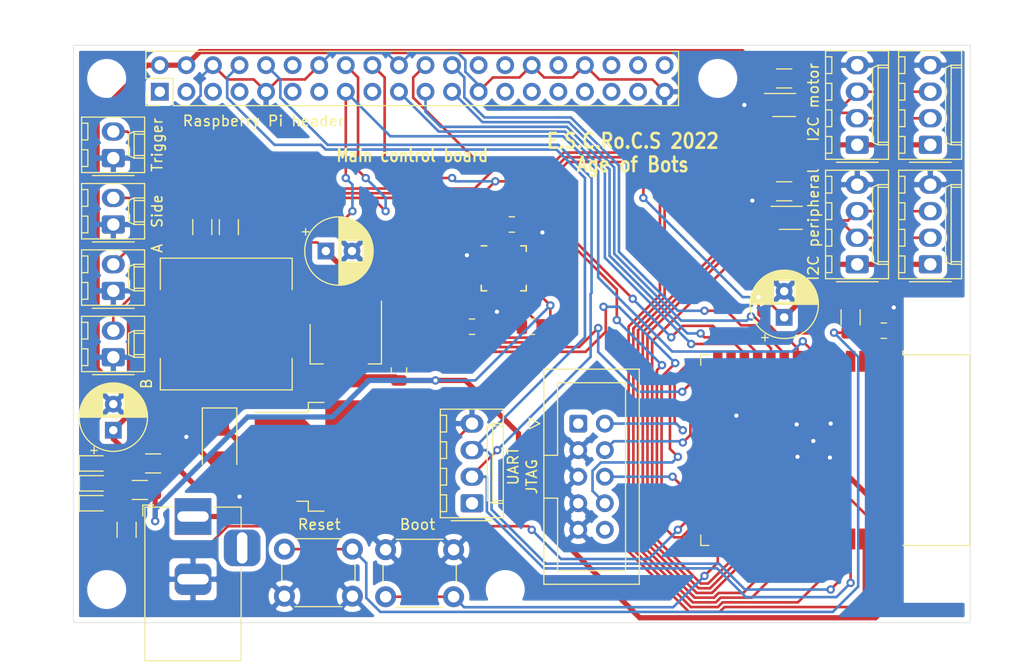
<source format=kicad_pcb>
(kicad_pcb (version 20171130) (host pcbnew 5.1.9+dfsg1-1)
  (layers (0 F.Cu signal) (31 B.Cu signal) (34 B.Paste user) (35 F.Paste user) (36 B.SilkS user) (37 F.SilkS user) (38 B.Mask user) (39 F.Mask user) (44 Edge.Cuts user))
  (net 0 "")
  (net 1 +5V)
  (net 2 GND)
  (net 3 +3V3)
  (net 4 "Net-(C6-Pad1)")
  (net 5 "Net-(C8-Pad1)")
  (net 6 "Net-(D1-Pad1)")
  (net 7 "Net-(D2-Pad2)")
  (net 8 "Net-(D3-Pad2)")
  (net 9 "Net-(D4-Pad2)")
  (net 10 "Net-(J1-Pad1)")
  (net 11 "Net-(J2-Pad1)")
  (net 12 "Net-(J2-Pad3)")
  (net 13 "Net-(J2-Pad5)")
  (net 14 "Net-(J2-Pad7)")
  (net 15 /UART_MOSI)
  (net 16 /UART_MISO)
  (net 17 "Net-(J2-Pad11)")
  (net 18 "Net-(J2-Pad12)")
  (net 19 "Net-(J2-Pad13)")
  (net 20 /BTN_B)
  (net 21 /BTN_A)
  (net 22 "Net-(J2-Pad17)")
  (net 23 /SIDE_BTN)
  (net 24 /SPI_MOSI)
  (net 25 /SPI_MISO)
  (net 26 /TRIG_BTN)
  (net 27 /SPI_CLK)
  (net 28 /SPI_CS0)
  (net 29 "Net-(J2-Pad26)")
  (net 30 "Net-(J2-Pad27)")
  (net 31 "Net-(J2-Pad28)")
  (net 32 "Net-(J2-Pad29)")
  (net 33 "Net-(J2-Pad31)")
  (net 34 "Net-(J2-Pad32)")
  (net 35 "Net-(J2-Pad33)")
  (net 36 "Net-(J2-Pad35)")
  (net 37 "Net-(J2-Pad36)")
  (net 38 "Net-(J2-Pad37)")
  (net 39 "Net-(J2-Pad38)")
  (net 40 "Net-(J2-Pad40)")
  (net 41 "Net-(J7-Pad2)")
  (net 42 "Net-(J7-Pad3)")
  (net 43 "Net-(J10-Pad3)")
  (net 44 "Net-(J10-Pad2)")
  (net 45 "Net-(R2-Pad2)")
  (net 46 "Net-(R4-Pad1)")
  (net 47 "Net-(R5-Pad2)")
  (net 48 "Net-(R6-Pad2)")
  (net 49 "Net-(SW2-Pad2)")
  (net 50 "Net-(U3-Pad4)")
  (net 51 "Net-(U3-Pad5)")
  (net 52 "Net-(U3-Pad17)")
  (net 53 "Net-(U3-Pad18)")
  (net 54 "Net-(U3-Pad19)")
  (net 55 "Net-(U3-Pad20)")
  (net 56 "Net-(U3-Pad21)")
  (net 57 "Net-(U3-Pad22)")
  (net 58 /SDA_MOTOR)
  (net 59 /SCL_MOTOR)
  (net 60 /SDA_PERIPH)
  (net 61 /SCL_PERIPH)
  (net 62 "Net-(U3-Pad32)")
  (net 63 "Net-(U6-Pad6)")
  (net 64 "Net-(U6-Pad7)")
  (net 65 "Net-(U6-Pad12)")
  (net 66 "Net-(J11-Pad1)")
  (net 67 /JTAG_TMS)
  (net 68 /JTAG_TCK)
  (net 69 /JTAG_TDO)
  (net 70 /JTAG_TDI)
  (net 71 "Net-(J11-Pad10)")
  (net 72 "Net-(J12-Pad1)")
  (net 73 /SPI2_MOSI)
  (net 74 /SPI2_CLK)
  (net 75 /SPI2_CS0)
  (net 76 /SPI2_MISO)
  (module MountingHole:MountingHole_2.7mm_M2.5 (layer F.Cu) (at 82.55 93.345)
    (fp_text reference REF** hide)
    (fp_text value MountingHole_2.7mm_M2.5)
    (pad 1 np_thru_hole circle (at 0 0) (size 2.7 2.7) (drill 2.7) (layers *.Cu *.Mask))
  )
  (module MountingHole:MountingHole_2.7mm_M2.5 (layer F.Cu) (at 44.45 93.345)
    (fp_text reference REF** hide)
    (fp_text value MountingHole_2.7mm_M2.5)
    (pad 1 np_thru_hole circle (at 0 0) (size 2.7 2.7) (drill 2.7) (layers *.Cu *.Mask))
  )
  (module MountingHole:MountingHole_2.7mm_M2.5 (layer F.Cu) (at 102.87 44.45)
    (fp_text reference REF** hide)
    (fp_text value MountingHole_2.7mm_M2.5)
    (pad 1 np_thru_hole circle (at 0 0) (size 2.7 2.7) (drill 2.7) (layers *.Cu *.Mask))
  )
  (module MountingHole:MountingHole_2.7mm_M2.5 (layer F.Cu) (at 44.45 44.45)
    (fp_text reference REF** hide)
    (fp_text value MountingHole_2.7mm_M2.5)
    (pad 1 np_thru_hole circle (at 0 0) (size 2.7 2.7) (drill 2.7) (layers *.Cu *.Mask))
  )
  (module Capacitor_THT:CP_Radial_D6.3mm_P2.50mm (layer F.Cu) (at 45.085 78.105 90)
    (fp_text reference C1 hide)
    (fp_text value 10u)
    (pad 1 thru_hole rect (at 0 0 90) (size 1.6 1.6) (drill 0.8) (layers *.Cu *.Mask) (net 1 +5V))
    (pad 2 thru_hole circle (at 2.5 0 90) (size 1.6 1.6) (drill 0.8) (layers *.Cu *.Mask) (net 2 GND))
  )
  (module Capacitor_THT:CP_Radial_D6.3mm_P2.50mm (layer F.Cu) (at 65.405 60.96)
    (fp_text reference C2 hide)
    (fp_text value 10u)
    (pad 2 thru_hole circle (at 2.5 0) (size 1.6 1.6) (drill 0.8) (layers *.Cu *.Mask) (net 2 GND))
    (pad 1 thru_hole rect (at 0 0) (size 1.6 1.6) (drill 0.8) (layers *.Cu *.Mask) (net 3 +3V3))
  )
  (module Capacitor_SMD:C_0805_2012Metric (layer F.Cu) (at 72.39 72.39 90)
    (fp_text reference C3 hide)
    (fp_text value 100n)
    (pad 2 smd roundrect (at 0.95 0 90) (size 1 1.45) (layers F.Cu F.Paste F.Mask) (net 2 GND))
    (pad 1 smd roundrect (at -0.95 0 90) (size 1 1.45) (layers F.Cu F.Paste F.Mask) (net 3 +3V3))
  )
  (module Capacitor_SMD:C_0805_2012Metric (layer F.Cu) (at 118.745 68.58)
    (fp_text reference C4 hide)
    (fp_text value 100n)
    (pad 1 smd roundrect (at -0.95 0) (size 1 1.45) (layers F.Cu F.Paste F.Mask) (net 3 +3V3))
    (pad 2 smd roundrect (at 0.95 0) (size 1 1.45) (layers F.Cu F.Paste F.Mask) (net 2 GND))
  )
  (module Capacitor_THT:CP_Radial_D6.3mm_P2.50mm (layer F.Cu) (at 109.22 67.31 90)
    (fp_text reference C5 hide)
    (fp_text value 10u)
    (pad 1 thru_hole rect (at 0 0 90) (size 1.6 1.6) (drill 0.8) (layers *.Cu *.Mask) (net 3 +3V3))
    (pad 2 thru_hole circle (at 2.5 0 90) (size 1.6 1.6) (drill 0.8) (layers *.Cu *.Mask) (net 2 GND))
  )
  (module Capacitor_SMD:C_0805_2012Metric (layer F.Cu) (at 85.09 68.199)
    (fp_text reference C6 hide)
    (fp_text value 100n)
    (pad 2 smd roundrect (at 0.95 0) (size 1 1.45) (layers F.Cu F.Paste F.Mask) (net 2 GND))
    (pad 1 smd roundrect (at -0.95 0) (size 1 1.45) (layers F.Cu F.Paste F.Mask) (net 4 "Net-(C6-Pad1)"))
  )
  (module Capacitor_SMD:C_0805_2012Metric (layer F.Cu) (at 79.375 68.199)
    (fp_text reference C7 hide)
    (fp_text value 100n)
    (pad 1 smd roundrect (at -0.95 0) (size 1 1.45) (layers F.Cu F.Paste F.Mask) (net 3 +3V3))
    (pad 2 smd roundrect (at 0.95 0) (size 1 1.45) (layers F.Cu F.Paste F.Mask) (net 2 GND))
  )
  (module Capacitor_SMD:C_0805_2012Metric (layer F.Cu) (at 83.185 58.42)
    (fp_text reference C8 hide)
    (fp_text value "2.2n 50V")
    (pad 1 smd roundrect (at -0.95 0) (size 1 1.45) (layers F.Cu F.Paste F.Mask) (net 5 "Net-(C8-Pad1)"))
    (pad 2 smd roundrect (at 0.95 0) (size 1 1.45) (layers F.Cu F.Paste F.Mask) (net 2 GND))
  )
  (module Diode_SMD:D_SMA (layer F.Cu) (at 55.245 79.375 270)
    (fp_text reference D1 hide)
    (fp_text value SS54)
    (pad 1 smd rect (at -2 0 270) (size 2.5 1.8) (layers F.Cu F.Paste F.Mask) (net 6 "Net-(D1-Pad1)"))
    (pad 2 smd rect (at 2 0 270) (size 2.5 1.8) (layers F.Cu F.Paste F.Mask) (net 2 GND))
  )
  (module LED_SMD:LED_0603_1608Metric (layer F.Cu) (at 43.307 81.28)
    (fp_text reference D2 hide)
    (fp_text value "5V power")
    (pad 2 smd roundrect (at 0.7875 0) (size 0.875 0.95) (layers F.Cu F.Paste F.Mask) (net 7 "Net-(D2-Pad2)"))
    (pad 1 smd roundrect (at -0.7875 0) (size 0.875 0.95) (layers F.Cu F.Paste F.Mask) (net 2 GND))
  )
  (module LED_SMD:LED_0603_1608Metric (layer F.Cu) (at 43.3325 83.185)
    (fp_text reference D3 hide)
    (fp_text value "3V3 power")
    (pad 1 smd roundrect (at -0.7875 0) (size 0.875 0.95) (layers F.Cu F.Paste F.Mask) (net 2 GND))
    (pad 2 smd roundrect (at 0.7875 0) (size 0.875 0.95) (layers F.Cu F.Paste F.Mask) (net 8 "Net-(D3-Pad2)"))
  )
  (module LED_SMD:LED_0603_1608Metric (layer F.Cu) (at 43.307 85.09)
    (fp_text reference D4 hide)
    (fp_text value Status)
    (pad 1 smd roundrect (at -0.7875 0) (size 0.875 0.95) (layers F.Cu F.Paste F.Mask) (net 2 GND))
    (pad 2 smd roundrect (at 0.7875 0) (size 0.875 0.95) (layers F.Cu F.Paste F.Mask) (net 9 "Net-(D4-Pad2)"))
  )
  (module Connector_BarrelJack:BarrelJack_Horizontal (layer F.Cu) (at 52.705 86.36 90)
    (fp_text reference J1 hide)
    (fp_text value "Battery in" hide)
    (pad 1 thru_hole rect (at 0 0 90) (size 3.5 3.5) (drill oval 1 3) (layers *.Cu *.Mask) (net 10 "Net-(J1-Pad1)"))
    (pad 2 thru_hole roundrect (at -6 0 90) (size 3 3.5) (drill oval 1 3) (layers *.Cu *.Mask) (net 2 GND))
    (pad 3 thru_hole roundrect (at -3 4.7 90) (size 3.5 3.5) (drill oval 3 1) (layers *.Cu *.Mask))
  )
  (module Connector_PinHeader_2.54mm:PinHeader_2x20_P2.54mm_Vertical (layer F.Cu) (at 49.53 45.72 90)
    (fp_text reference J2 hide)
    (fp_text value Raspberry_Pi_2_3_4)
    (pad 1 thru_hole rect (at 0 0 90) (size 1.7 1.7) (drill 1) (layers *.Cu *.Mask) (net 11 "Net-(J2-Pad1)"))
    (pad 2 thru_hole oval (at 2.54 0 90) (size 1.7 1.7) (drill 1) (layers *.Cu *.Mask) (net 1 +5V))
    (pad 3 thru_hole oval (at 0 2.54 90) (size 1.7 1.7) (drill 1) (layers *.Cu *.Mask) (net 12 "Net-(J2-Pad3)"))
    (pad 4 thru_hole oval (at 2.54 2.54 90) (size 1.7 1.7) (drill 1) (layers *.Cu *.Mask) (net 1 +5V))
    (pad 5 thru_hole oval (at 0 5.08 90) (size 1.7 1.7) (drill 1) (layers *.Cu *.Mask) (net 13 "Net-(J2-Pad5)"))
    (pad 6 thru_hole oval (at 2.54 5.08 90) (size 1.7 1.7) (drill 1) (layers *.Cu *.Mask) (net 2 GND))
    (pad 7 thru_hole oval (at 0 7.62 90) (size 1.7 1.7) (drill 1) (layers *.Cu *.Mask) (net 14 "Net-(J2-Pad7)"))
    (pad 8 thru_hole oval (at 2.54 7.62 90) (size 1.7 1.7) (drill 1) (layers *.Cu *.Mask) (net 15 /UART_MOSI))
    (pad 9 thru_hole oval (at 0 10.16 90) (size 1.7 1.7) (drill 1) (layers *.Cu *.Mask) (net 2 GND))
    (pad 10 thru_hole oval (at 2.54 10.16 90) (size 1.7 1.7) (drill 1) (layers *.Cu *.Mask) (net 16 /UART_MISO))
    (pad 11 thru_hole oval (at 0 12.7 90) (size 1.7 1.7) (drill 1) (layers *.Cu *.Mask) (net 17 "Net-(J2-Pad11)"))
    (pad 12 thru_hole oval (at 2.54 12.7 90) (size 1.7 1.7) (drill 1) (layers *.Cu *.Mask) (net 18 "Net-(J2-Pad12)"))
    (pad 13 thru_hole oval (at 0 15.24 90) (size 1.7 1.7) (drill 1) (layers *.Cu *.Mask) (net 19 "Net-(J2-Pad13)"))
    (pad 14 thru_hole oval (at 2.54 15.24 90) (size 1.7 1.7) (drill 1) (layers *.Cu *.Mask) (net 2 GND))
    (pad 15 thru_hole oval (at 0 17.78 90) (size 1.7 1.7) (drill 1) (layers *.Cu *.Mask) (net 20 /BTN_B))
    (pad 16 thru_hole oval (at 2.54 17.78 90) (size 1.7 1.7) (drill 1) (layers *.Cu *.Mask) (net 21 /BTN_A))
    (pad 17 thru_hole oval (at 0 20.32 90) (size 1.7 1.7) (drill 1) (layers *.Cu *.Mask) (net 22 "Net-(J2-Pad17)"))
    (pad 18 thru_hole oval (at 2.54 20.32 90) (size 1.7 1.7) (drill 1) (layers *.Cu *.Mask) (net 23 /SIDE_BTN))
    (pad 19 thru_hole oval (at 0 22.86 90) (size 1.7 1.7) (drill 1) (layers *.Cu *.Mask) (net 24 /SPI_MOSI))
    (pad 20 thru_hole oval (at 2.54 22.86 90) (size 1.7 1.7) (drill 1) (layers *.Cu *.Mask) (net 2 GND))
    (pad 21 thru_hole oval (at 0 25.4 90) (size 1.7 1.7) (drill 1) (layers *.Cu *.Mask) (net 25 /SPI_MISO))
    (pad 22 thru_hole oval (at 2.54 25.4 90) (size 1.7 1.7) (drill 1) (layers *.Cu *.Mask) (net 26 /TRIG_BTN))
    (pad 23 thru_hole oval (at 0 27.94 90) (size 1.7 1.7) (drill 1) (layers *.Cu *.Mask) (net 27 /SPI_CLK))
    (pad 24 thru_hole oval (at 2.54 27.94 90) (size 1.7 1.7) (drill 1) (layers *.Cu *.Mask) (net 28 /SPI_CS0))
    (pad 25 thru_hole oval (at 0 30.48 90) (size 1.7 1.7) (drill 1) (layers *.Cu *.Mask) (net 2 GND))
    (pad 26 thru_hole oval (at 2.54 30.48 90) (size 1.7 1.7) (drill 1) (layers *.Cu *.Mask) (net 29 "Net-(J2-Pad26)"))
    (pad 27 thru_hole oval (at 0 33.02 90) (size 1.7 1.7) (drill 1) (layers *.Cu *.Mask) (net 30 "Net-(J2-Pad27)"))
    (pad 28 thru_hole oval (at 2.54 33.02 90) (size 1.7 1.7) (drill 1) (layers *.Cu *.Mask) (net 31 "Net-(J2-Pad28)"))
    (pad 29 thru_hole oval (at 0 35.56 90) (size 1.7 1.7) (drill 1) (layers *.Cu *.Mask) (net 32 "Net-(J2-Pad29)"))
    (pad 30 thru_hole oval (at 2.54 35.56 90) (size 1.7 1.7) (drill 1) (layers *.Cu *.Mask) (net 2 GND))
    (pad 31 thru_hole oval (at 0 38.1 90) (size 1.7 1.7) (drill 1) (layers *.Cu *.Mask) (net 33 "Net-(J2-Pad31)"))
    (pad 32 thru_hole oval (at 2.54 38.1 90) (size 1.7 1.7) (drill 1) (layers *.Cu *.Mask) (net 34 "Net-(J2-Pad32)"))
    (pad 33 thru_hole oval (at 0 40.64 90) (size 1.7 1.7) (drill 1) (layers *.Cu *.Mask) (net 35 "Net-(J2-Pad33)"))
    (pad 34 thru_hole oval (at 2.54 40.64 90) (size 1.7 1.7) (drill 1) (layers *.Cu *.Mask) (net 2 GND))
    (pad 35 thru_hole oval (at 0 43.18 90) (size 1.7 1.7) (drill 1) (layers *.Cu *.Mask) (net 36 "Net-(J2-Pad35)"))
    (pad 36 thru_hole oval (at 2.54 43.18 90) (size 1.7 1.7) (drill 1) (layers *.Cu *.Mask) (net 37 "Net-(J2-Pad36)"))
    (pad 37 thru_hole oval (at 0 45.72 90) (size 1.7 1.7) (drill 1) (layers *.Cu *.Mask) (net 38 "Net-(J2-Pad37)"))
    (pad 38 thru_hole oval (at 2.54 45.72 90) (size 1.7 1.7) (drill 1) (layers *.Cu *.Mask) (net 39 "Net-(J2-Pad38)"))
    (pad 39 thru_hole oval (at 0 48.26 90) (size 1.7 1.7) (drill 1) (layers *.Cu *.Mask) (net 2 GND))
    (pad 40 thru_hole oval (at 2.54 48.26 90) (size 1.7 1.7) (drill 1) (layers *.Cu *.Mask) (net 40 "Net-(J2-Pad40)"))
  )
  (module Connector_Molex:Molex_KK-254_AE-6410-02A_1x02_P2.54mm_Vertical (layer F.Cu) (at 45.085 52.07 90)
    (fp_text reference J3 hide)
    (fp_text value Trigger)
    (pad 1 thru_hole roundrect (at 0 0 90) (size 1.74 2.19) (drill 1.19) (layers *.Cu *.Mask) (roundrect_rratio 0.1436775862068966) (net 2 GND))
    (pad 2 thru_hole oval (at 2.54 0 90) (size 1.74 2.19) (drill 1.19) (layers *.Cu *.Mask) (net 26 /TRIG_BTN))
  )
  (module Connector_Molex:Molex_KK-254_AE-6410-02A_1x02_P2.54mm_Vertical (layer F.Cu) (at 45.085 58.42 90)
    (fp_text reference J4 hide)
    (fp_text value "Side select")
    (pad 2 thru_hole oval (at 2.54 0 90) (size 1.74 2.19) (drill 1.19) (layers *.Cu *.Mask) (net 23 /SIDE_BTN))
    (pad 1 thru_hole roundrect (at 0 0 90) (size 1.74 2.19) (drill 1.19) (layers *.Cu *.Mask) (roundrect_rratio 0.1436775862068966) (net 2 GND))
  )
  (module Connector_Molex:Molex_KK-254_AE-6410-02A_1x02_P2.54mm_Vertical (layer F.Cu) (at 45.085 64.77 90)
    (fp_text reference J5 hide)
    (fp_text value "Button A")
    (pad 1 thru_hole roundrect (at 0 0 90) (size 1.74 2.19) (drill 1.19) (layers *.Cu *.Mask) (roundrect_rratio 0.1436775862068966) (net 2 GND))
    (pad 2 thru_hole oval (at 2.54 0 90) (size 1.74 2.19) (drill 1.19) (layers *.Cu *.Mask) (net 21 /BTN_A))
  )
  (module Connector_Molex:Molex_KK-254_AE-6410-02A_1x02_P2.54mm_Vertical (layer F.Cu) (at 45.085 71.12 90)
    (fp_text reference J6 hide)
    (fp_text value "Button B")
    (pad 2 thru_hole oval (at 2.54 0 90) (size 1.74 2.19) (drill 1.19) (layers *.Cu *.Mask) (net 20 /BTN_B))
    (pad 1 thru_hole roundrect (at 0 0 90) (size 1.74 2.19) (drill 1.19) (layers *.Cu *.Mask) (roundrect_rratio 0.1436775862068966) (net 2 GND))
  )
  (module Connector_Molex:Molex_KK-254_AE-6410-04A_1x04_P2.54mm_Vertical (layer F.Cu) (at 123.19 62.23 90)
    (fp_text reference J7 hide)
    (fp_text value "I2C Peripheral")
    (pad 1 thru_hole roundrect (at 0 0 90) (size 1.74 2.19) (drill 1.19) (layers *.Cu *.Mask) (roundrect_rratio 0.1436775862068966) (net 1 +5V))
    (pad 2 thru_hole oval (at 2.54 0 90) (size 1.74 2.19) (drill 1.19) (layers *.Cu *.Mask) (net 41 "Net-(J7-Pad2)"))
    (pad 3 thru_hole oval (at 5.08 0 90) (size 1.74 2.19) (drill 1.19) (layers *.Cu *.Mask) (net 42 "Net-(J7-Pad3)"))
    (pad 4 thru_hole oval (at 7.62 0 90) (size 1.74 2.19) (drill 1.19) (layers *.Cu *.Mask) (net 2 GND))
  )
  (module Connector_Molex:Molex_KK-254_AE-6410-04A_1x04_P2.54mm_Vertical (layer F.Cu) (at 116.205 62.23 90)
    (fp_text reference J8 hide)
    (fp_text value "I2C Peripheral")
    (pad 1 thru_hole roundrect (at 0 0 90) (size 1.74 2.19) (drill 1.19) (layers *.Cu *.Mask) (roundrect_rratio 0.1436775862068966) (net 1 +5V))
    (pad 2 thru_hole oval (at 2.54 0 90) (size 1.74 2.19) (drill 1.19) (layers *.Cu *.Mask) (net 41 "Net-(J7-Pad2)"))
    (pad 3 thru_hole oval (at 5.08 0 90) (size 1.74 2.19) (drill 1.19) (layers *.Cu *.Mask) (net 42 "Net-(J7-Pad3)"))
    (pad 4 thru_hole oval (at 7.62 0 90) (size 1.74 2.19) (drill 1.19) (layers *.Cu *.Mask) (net 2 GND))
  )
  (module Connector_Molex:Molex_KK-254_AE-6410-04A_1x04_P2.54mm_Vertical (layer F.Cu) (at 116.205 50.8 90)
    (fp_text reference J9 hide)
    (fp_text value "I2C Motor")
    (pad 4 thru_hole oval (at 7.62 0 90) (size 1.74 2.19) (drill 1.19) (layers *.Cu *.Mask) (net 2 GND))
    (pad 3 thru_hole oval (at 5.08 0 90) (size 1.74 2.19) (drill 1.19) (layers *.Cu *.Mask) (net 43 "Net-(J10-Pad3)"))
    (pad 2 thru_hole oval (at 2.54 0 90) (size 1.74 2.19) (drill 1.19) (layers *.Cu *.Mask) (net 44 "Net-(J10-Pad2)"))
    (pad 1 thru_hole roundrect (at 0 0 90) (size 1.74 2.19) (drill 1.19) (layers *.Cu *.Mask) (roundrect_rratio 0.1436775862068966) (net 1 +5V))
  )
  (module Connector_Molex:Molex_KK-254_AE-6410-04A_1x04_P2.54mm_Vertical (layer F.Cu) (at 123.19 50.8 90)
    (fp_text reference J10 hide)
    (fp_text value "I2C Motor")
    (pad 4 thru_hole oval (at 7.62 0 90) (size 1.74 2.19) (drill 1.19) (layers *.Cu *.Mask) (net 2 GND))
    (pad 3 thru_hole oval (at 5.08 0 90) (size 1.74 2.19) (drill 1.19) (layers *.Cu *.Mask) (net 43 "Net-(J10-Pad3)"))
    (pad 2 thru_hole oval (at 2.54 0 90) (size 1.74 2.19) (drill 1.19) (layers *.Cu *.Mask) (net 44 "Net-(J10-Pad2)"))
    (pad 1 thru_hole roundrect (at 0 0 90) (size 1.74 2.19) (drill 1.19) (layers *.Cu *.Mask) (roundrect_rratio 0.1436775862068966) (net 1 +5V))
  )
  (module Inductor_SMD:L_12x12mm_H6mm (layer F.Cu) (at 55.88 67.945)
    (fp_text reference L1 hide)
    (fp_text value 100u)
    (pad 1 smd rect (at -4.95 0) (size 2.9 5.4) (layers F.Cu F.Paste F.Mask) (net 6 "Net-(D1-Pad1)"))
    (pad 2 smd rect (at 4.95 0) (size 2.9 5.4) (layers F.Cu F.Paste F.Mask) (net 1 +5V))
  )
  (module Resistor_SMD:R_1206_3216Metric (layer F.Cu) (at 48.895 81.28)
    (fp_text reference R1 hide)
    (fp_text value 300)
    (pad 2 smd roundrect (at 1.4625 0) (size 1.125 1.75) (layers F.Cu F.Paste F.Mask) (roundrect_rratio 0.2222213333333333) (net 7 "Net-(D2-Pad2)"))
    (pad 1 smd roundrect (at -1.4625 0) (size 1.125 1.75) (layers F.Cu F.Paste F.Mask) (roundrect_rratio 0.2222213333333333) (net 1 +5V))
  )
  (module Resistor_SMD:R_1206_3216Metric (layer F.Cu) (at 115.57 67.31 270)
    (fp_text reference R2 hide)
    (fp_text value 10k)
    (pad 1 smd roundrect (at -1.4625 0 270) (size 1.125 1.75) (layers F.Cu F.Paste F.Mask) (roundrect_rratio 0.2222213333333333) (net 3 +3V3))
    (pad 2 smd roundrect (at 1.4625 0 270) (size 1.125 1.75) (layers F.Cu F.Paste F.Mask) (roundrect_rratio 0.2222213333333333) (net 45 "Net-(R2-Pad2)"))
  )
  (module Resistor_SMD:R_1206_3216Metric (layer F.Cu) (at 47.625 83.82 180)
    (fp_text reference R3 hide)
    (fp_text value 100)
    (pad 1 smd roundrect (at -1.4625 0 180) (size 1.125 1.75) (layers F.Cu F.Paste F.Mask) (roundrect_rratio 0.2222213333333333) (net 3 +3V3))
    (pad 2 smd roundrect (at 1.4625 0 180) (size 1.125 1.75) (layers F.Cu F.Paste F.Mask) (roundrect_rratio 0.2222213333333333) (net 8 "Net-(D3-Pad2)"))
  )
  (module Resistor_SMD:R_1206_3216Metric (layer F.Cu) (at 46.355 87.63 90)
    (fp_text reference R4 hide)
    (fp_text value 100)
    (pad 2 smd roundrect (at 1.4625 0 90) (size 1.125 1.75) (layers F.Cu F.Paste F.Mask) (roundrect_rratio 0.2222213333333333) (net 9 "Net-(D4-Pad2)"))
    (pad 1 smd roundrect (at -1.4625 0 90) (size 1.125 1.75) (layers F.Cu F.Paste F.Mask) (roundrect_rratio 0.2222213333333333) (net 46 "Net-(R4-Pad1)"))
  )
  (module Resistor_SMD:R_1206_3216Metric (layer F.Cu) (at 109.22 55.245)
    (fp_text reference R5 hide)
    (fp_text value 100k)
    (pad 2 smd roundrect (at 1.4625 0) (size 1.125 1.75) (layers F.Cu F.Paste F.Mask) (roundrect_rratio 0.2222213333333333) (net 47 "Net-(R5-Pad2)"))
    (pad 1 smd roundrect (at -1.4625 0) (size 1.125 1.75) (layers F.Cu F.Paste F.Mask) (roundrect_rratio 0.2222213333333333) (net 1 +5V))
  )
  (module Resistor_SMD:R_1206_3216Metric (layer F.Cu) (at 109.22 44.45)
    (fp_text reference R6 hide)
    (fp_text value 100k)
    (pad 1 smd roundrect (at -1.4625 0) (size 1.125 1.75) (layers F.Cu F.Paste F.Mask) (roundrect_rratio 0.2222213333333333) (net 1 +5V))
    (pad 2 smd roundrect (at 1.4625 0) (size 1.125 1.75) (layers F.Cu F.Paste F.Mask) (roundrect_rratio 0.2222213333333333) (net 48 "Net-(R6-Pad2)"))
  )
  (module Button_Switch_THT:SW_PUSH_6mm (layer F.Cu) (at 67.945 93.98 180)
    (fp_text reference SW1 hide)
    (fp_text value RESET)
    (pad 1 thru_hole circle (at 6.5 0 270) (size 2 2) (drill 1.1) (layers *.Cu *.Mask) (net 2 GND))
    (pad 2 thru_hole circle (at 6.5 4.5 270) (size 2 2) (drill 1.1) (layers *.Cu *.Mask) (net 45 "Net-(R2-Pad2)"))
    (pad 1 thru_hole circle (at 0 0 270) (size 2 2) (drill 1.1) (layers *.Cu *.Mask) (net 2 GND))
    (pad 2 thru_hole circle (at 0 4.5 270) (size 2 2) (drill 1.1) (layers *.Cu *.Mask) (net 45 "Net-(R2-Pad2)"))
  )
  (module Button_Switch_THT:SW_PUSH_6mm (layer F.Cu) (at 71.12 89.535)
    (fp_text reference SW2 hide)
    (fp_text value BOOT)
    (pad 2 thru_hole circle (at 0 4.5 90) (size 2 2) (drill 1.1) (layers *.Cu *.Mask) (net 49 "Net-(SW2-Pad2)"))
    (pad 1 thru_hole circle (at 0 0 90) (size 2 2) (drill 1.1) (layers *.Cu *.Mask) (net 2 GND))
    (pad 2 thru_hole circle (at 6.5 4.5 90) (size 2 2) (drill 1.1) (layers *.Cu *.Mask) (net 49 "Net-(SW2-Pad2)"))
    (pad 1 thru_hole circle (at 6.5 0 90) (size 2 2) (drill 1.1) (layers *.Cu *.Mask) (net 2 GND))
  )
  (module Package_TO_SOT_SMD:TO-263-5_TabPin3 (layer F.Cu) (at 66.675 80.645)
    (fp_text reference U1 hide)
    (fp_text value LM2576S-5)
    (pad 1 smd rect (at -5.775 -3.4) (size 4.6 1.1) (layers F.Cu F.Paste F.Mask) (net 10 "Net-(J1-Pad1)"))
    (pad 2 smd rect (at -5.775 -1.7) (size 4.6 1.1) (layers F.Cu F.Paste F.Mask) (net 6 "Net-(D1-Pad1)"))
    (pad 3 smd rect (at -5.775 0) (size 4.6 1.1) (layers F.Cu F.Paste F.Mask) (net 2 GND))
    (pad 4 smd rect (at -5.775 1.7) (size 4.6 1.1) (layers F.Cu F.Paste F.Mask) (net 1 +5V))
    (pad 5 smd rect (at -5.775 3.4) (size 4.6 1.1) (layers F.Cu F.Paste F.Mask) (net 2 GND))
    (pad 3 smd rect (at 3.375 0) (size 9.4 10.8) (layers F.Cu F.Mask) (net 2 GND))
  )
  (module Package_TO_SOT_SMD:SOT-223-3_TabPin2 (layer F.Cu) (at 67.31 69.85 270)
    (fp_text reference U2 hide)
    (fp_text value AMS1117-3.3)
    (pad 2 smd rect (at 3.15 0 270) (size 2 3.8) (layers F.Cu F.Paste F.Mask) (net 3 +3V3))
    (pad 2 smd rect (at -3.15 0 270) (size 2 1.5) (layers F.Cu F.Paste F.Mask) (net 3 +3V3))
    (pad 3 smd rect (at -3.15 2.3 270) (size 2 1.5) (layers F.Cu F.Paste F.Mask) (net 1 +5V))
    (pad 1 smd rect (at -3.15 -2.3 270) (size 2 1.5) (layers F.Cu F.Paste F.Mask) (net 2 GND))
  )
  (module RF_Module:ESP32-WROOM-32 (layer F.Cu) (at 111.125 80.01 270)
    (fp_text reference U3 hide)
    (fp_text value ESP32-WROOM-32)
    (pad 39 smd rect (at -1 -0.755 270) (size 5 5) (layers F.Cu F.Paste F.Mask) (net 2 GND))
    (pad 1 smd rect (at -8.5 -8.255 270) (size 2 0.9) (layers F.Cu F.Paste F.Mask) (net 2 GND))
    (pad 2 smd rect (at -8.5 -6.985 270) (size 2 0.9) (layers F.Cu F.Paste F.Mask) (net 3 +3V3))
    (pad 3 smd rect (at -8.5 -5.715 270) (size 2 0.9) (layers F.Cu F.Paste F.Mask) (net 45 "Net-(R2-Pad2)"))
    (pad 4 smd rect (at -8.5 -4.445 270) (size 2 0.9) (layers F.Cu F.Paste F.Mask) (net 50 "Net-(U3-Pad4)"))
    (pad 5 smd rect (at -8.5 -3.175 270) (size 2 0.9) (layers F.Cu F.Paste F.Mask) (net 51 "Net-(U3-Pad5)"))
    (pad 6 smd rect (at -8.5 -1.905 270) (size 2 0.9) (layers F.Cu F.Paste F.Mask) (net 21 /BTN_A))
    (pad 7 smd rect (at -8.5 -0.635 270) (size 2 0.9) (layers F.Cu F.Paste F.Mask) (net 20 /BTN_B))
    (pad 8 smd rect (at -8.5 0.635 270) (size 2 0.9) (layers F.Cu F.Paste F.Mask) (net 27 /SPI_CLK))
    (pad 9 smd rect (at -8.5 1.905 270) (size 2 0.9) (layers F.Cu F.Paste F.Mask) (net 28 /SPI_CS0))
    (pad 10 smd rect (at -8.5 3.175 270) (size 2 0.9) (layers F.Cu F.Paste F.Mask) (net 73 /SPI2_MOSI))
    (pad 11 smd rect (at -8.5 4.445 270) (size 2 0.9) (layers F.Cu F.Paste F.Mask) (net 25 /SPI_MISO))
    (pad 12 smd rect (at -8.5 5.715 270) (size 2 0.9) (layers F.Cu F.Paste F.Mask) (net 24 /SPI_MOSI))
    (pad 13 smd rect (at -8.5 6.985 270) (size 2 0.9) (layers F.Cu F.Paste F.Mask) (net 67 /JTAG_TMS))
    (pad 14 smd rect (at -8.5 8.255 270) (size 2 0.9) (layers F.Cu F.Paste F.Mask) (net 70 /JTAG_TDI))
    (pad 15 smd rect (at -5.715 9.255) (size 2 0.9) (layers F.Cu F.Paste F.Mask) (net 2 GND))
    (pad 16 smd rect (at -4.445 9.255) (size 2 0.9) (layers F.Cu F.Paste F.Mask) (net 68 /JTAG_TCK))
    (pad 17 smd rect (at -3.175 9.255) (size 2 0.9) (layers F.Cu F.Paste F.Mask) (net 52 "Net-(U3-Pad17)"))
    (pad 18 smd rect (at -1.905 9.255) (size 2 0.9) (layers F.Cu F.Paste F.Mask) (net 53 "Net-(U3-Pad18)"))
    (pad 19 smd rect (at -0.635 9.255) (size 2 0.9) (layers F.Cu F.Paste F.Mask) (net 54 "Net-(U3-Pad19)"))
    (pad 20 smd rect (at 0.635 9.255) (size 2 0.9) (layers F.Cu F.Paste F.Mask) (net 55 "Net-(U3-Pad20)"))
    (pad 21 smd rect (at 1.905 9.255) (size 2 0.9) (layers F.Cu F.Paste F.Mask) (net 56 "Net-(U3-Pad21)"))
    (pad 22 smd rect (at 3.175 9.255) (size 2 0.9) (layers F.Cu F.Paste F.Mask) (net 57 "Net-(U3-Pad22)"))
    (pad 23 smd rect (at 4.445 9.255) (size 2 0.9) (layers F.Cu F.Paste F.Mask) (net 69 /JTAG_TDO))
    (pad 24 smd rect (at 5.715 9.255) (size 2 0.9) (layers F.Cu F.Paste F.Mask) (net 46 "Net-(R4-Pad1)"))
    (pad 25 smd rect (at 8.5 8.255 270) (size 2 0.9) (layers F.Cu F.Paste F.Mask) (net 49 "Net-(SW2-Pad2)"))
    (pad 26 smd rect (at 8.5 6.985 270) (size 2 0.9) (layers F.Cu F.Paste F.Mask) (net 74 /SPI2_CLK))
    (pad 27 smd rect (at 8.5 5.715 270) (size 2 0.9) (layers F.Cu F.Paste F.Mask) (net 60 /SDA_PERIPH))
    (pad 28 smd rect (at 8.5 4.445 270) (size 2 0.9) (layers F.Cu F.Paste F.Mask) (net 61 /SCL_PERIPH))
    (pad 29 smd rect (at 8.5 3.175 270) (size 2 0.9) (layers F.Cu F.Paste F.Mask) (net 75 /SPI2_CS0))
    (pad 30 smd rect (at 8.5 1.905 270) (size 2 0.9) (layers F.Cu F.Paste F.Mask) (net 58 /SDA_MOTOR))
    (pad 31 smd rect (at 8.5 0.635 270) (size 2 0.9) (layers F.Cu F.Paste F.Mask) (net 59 /SCL_MOTOR))
    (pad 32 smd rect (at 8.5 -0.635 270) (size 2 0.9) (layers F.Cu F.Paste F.Mask) (net 62 "Net-(U3-Pad32)"))
    (pad 33 smd rect (at 8.5 -1.905 270) (size 2 0.9) (layers F.Cu F.Paste F.Mask) (net 26 /TRIG_BTN))
    (pad 34 smd rect (at 8.5 -3.175 270) (size 2 0.9) (layers F.Cu F.Paste F.Mask) (net 15 /UART_MOSI))
    (pad 35 smd rect (at 8.5 -4.445 270) (size 2 0.9) (layers F.Cu F.Paste F.Mask) (net 16 /UART_MISO))
    (pad 36 smd rect (at 8.5 -5.715 270) (size 2 0.9) (layers F.Cu F.Paste F.Mask) (net 23 /SIDE_BTN))
    (pad 37 smd rect (at 8.5 -6.985 270) (size 2 0.9) (layers F.Cu F.Paste F.Mask) (net 76 /SPI2_MISO))
    (pad 38 smd rect (at 8.5 -8.255 270) (size 2 0.9) (layers F.Cu F.Paste F.Mask) (net 2 GND))
  )
  (module Sensor_Motion:InvenSense_QFN-24_4x4mm_P0.5mm (layer F.Cu) (at 82.410001 62.614001)
    (fp_text reference U6 hide)
    (fp_text value MPU-6050)
    (pad 1 smd roundrect (at -1.95 -1.25) (size 0.85 0.3) (layers F.Cu F.Paste F.Mask) (net 2 GND))
    (pad 2 smd roundrect (at -1.95 -0.75) (size 0.85 0.3) (layers F.Cu F.Paste F.Mask))
    (pad 3 smd roundrect (at -1.95 -0.25) (size 0.85 0.3) (layers F.Cu F.Paste F.Mask))
    (pad 4 smd roundrect (at -1.95 0.25) (size 0.85 0.3) (layers F.Cu F.Paste F.Mask))
    (pad 5 smd roundrect (at -1.95 0.75) (size 0.85 0.3) (layers F.Cu F.Paste F.Mask))
    (pad 6 smd roundrect (at -1.95 1.25) (size 0.85 0.3) (layers F.Cu F.Paste F.Mask) (net 63 "Net-(U6-Pad6)"))
    (pad 7 smd roundrect (at -1.25 1.95 90) (size 0.85 0.3) (layers F.Cu F.Paste F.Mask) (net 64 "Net-(U6-Pad7)"))
    (pad 8 smd roundrect (at -0.75 1.95 90) (size 0.85 0.3) (layers F.Cu F.Paste F.Mask) (net 75 /SPI2_CS0))
    (pad 9 smd roundrect (at -0.25 1.95 90) (size 0.85 0.3) (layers F.Cu F.Paste F.Mask) (net 76 /SPI2_MISO))
    (pad 10 smd roundrect (at 0.25 1.95 90) (size 0.85 0.3) (layers F.Cu F.Paste F.Mask) (net 4 "Net-(C6-Pad1)"))
    (pad 11 smd roundrect (at 0.75 1.95 90) (size 0.85 0.3) (layers F.Cu F.Paste F.Mask) (net 2 GND))
    (pad 12 smd roundrect (at 1.25 1.95 90) (size 0.85 0.3) (layers F.Cu F.Paste F.Mask) (net 65 "Net-(U6-Pad12)"))
    (pad 13 smd roundrect (at 1.95 1.25) (size 0.85 0.3) (layers F.Cu F.Paste F.Mask) (net 3 +3V3))
    (pad 14 smd roundrect (at 1.95 0.75) (size 0.85 0.3) (layers F.Cu F.Paste F.Mask))
    (pad 15 smd roundrect (at 1.95 0.25) (size 0.85 0.3) (layers F.Cu F.Paste F.Mask))
    (pad 16 smd roundrect (at 1.95 -0.25) (size 0.85 0.3) (layers F.Cu F.Paste F.Mask))
    (pad 17 smd roundrect (at 1.95 -0.75) (size 0.85 0.3) (layers F.Cu F.Paste F.Mask))
    (pad 18 smd roundrect (at 1.95 -1.25) (size 0.85 0.3) (layers F.Cu F.Paste F.Mask) (net 2 GND))
    (pad 19 smd roundrect (at 1.25 -1.95 90) (size 0.85 0.3) (layers F.Cu F.Paste F.Mask))
    (pad 20 smd roundrect (at 0.75 -1.95 90) (size 0.85 0.3) (layers F.Cu F.Paste F.Mask) (net 5 "Net-(C8-Pad1)"))
    (pad 21 smd roundrect (at 0.25 -1.95 90) (size 0.85 0.3) (layers F.Cu F.Paste F.Mask))
    (pad 22 smd roundrect (at -0.25 -1.95 90) (size 0.85 0.3) (layers F.Cu F.Paste F.Mask))
    (pad 23 smd roundrect (at -0.75 -1.95 90) (size 0.85 0.3) (layers F.Cu F.Paste F.Mask) (net 74 /SPI2_CLK))
    (pad 24 smd roundrect (at -1.25 -1.95 90) (size 0.85 0.3) (layers F.Cu F.Paste F.Mask) (net 73 /SPI2_MOSI))
  )
  (module Connector_IDC:IDC-Header_2x05_P2.54mm_Vertical (layer F.Cu) (at 89.535 77.47)
    (fp_text reference J11 hide)
    (fp_text value JTAG)
    (pad 1 thru_hole roundrect (at 0 0) (size 1.7 1.7) (drill 1) (layers *.Cu *.Mask) (roundrect_rratio 0.1470588235294118) (net 66 "Net-(J11-Pad1)"))
    (pad 3 thru_hole circle (at 0 2.54) (size 1.7 1.7) (drill 1) (layers *.Cu *.Mask) (net 2 GND))
    (pad 5 thru_hole circle (at 0 5.08) (size 1.7 1.7) (drill 1) (layers *.Cu *.Mask) (net 2 GND))
    (pad 7 thru_hole circle (at 0 7.62) (size 1.7 1.7) (drill 1) (layers *.Cu *.Mask) (net 2 GND))
    (pad 9 thru_hole circle (at 0 10.16) (size 1.7 1.7) (drill 1) (layers *.Cu *.Mask) (net 2 GND))
    (pad 2 thru_hole circle (at 2.54 0) (size 1.7 1.7) (drill 1) (layers *.Cu *.Mask) (net 67 /JTAG_TMS))
    (pad 4 thru_hole circle (at 2.54 2.54) (size 1.7 1.7) (drill 1) (layers *.Cu *.Mask) (net 68 /JTAG_TCK))
    (pad 6 thru_hole circle (at 2.54 5.08) (size 1.7 1.7) (drill 1) (layers *.Cu *.Mask) (net 69 /JTAG_TDO))
    (pad 8 thru_hole circle (at 2.54 7.62) (size 1.7 1.7) (drill 1) (layers *.Cu *.Mask) (net 70 /JTAG_TDI))
    (pad 10 thru_hole circle (at 2.54 10.16) (size 1.7 1.7) (drill 1) (layers *.Cu *.Mask) (net 71 "Net-(J11-Pad10)"))
  )
  (module Connector_Molex:Molex_KK-254_AE-6410-04A_1x04_P2.54mm_Vertical (layer F.Cu) (at 79.375 85.09 90)
    (fp_text reference J12 hide)
    (fp_text value "UART PGM")
    (pad 1 thru_hole roundrect (at 0 0 90) (size 1.74 2.19) (drill 1.19) (layers *.Cu *.Mask) (roundrect_rratio 0.1436775862068966) (net 72 "Net-(J12-Pad1)"))
    (pad 2 thru_hole oval (at 2.54 0 90) (size 1.74 2.19) (drill 1.19) (layers *.Cu *.Mask) (net 16 /UART_MISO))
    (pad 3 thru_hole oval (at 5.08 0 90) (size 1.74 2.19) (drill 1.19) (layers *.Cu *.Mask) (net 15 /UART_MOSI))
    (pad 4 thru_hole oval (at 7.62 0 90) (size 1.74 2.19) (drill 1.19) (layers *.Cu *.Mask) (net 2 GND))
  )
  (module Package_SO:VSSOP-8_2.3x2mm_P0.5mm (layer F.Cu) (at 109.855 57.785)
    (fp_text reference U4 hide)
    (fp_text value PCA9306DC1)
    (pad 8 smd rect (at 1.55 -0.75 270) (size 0.3 0.8) (layers F.Cu F.Paste F.Mask) (net 47 "Net-(R5-Pad2)"))
    (pad 7 smd rect (at 1.55 -0.25 270) (size 0.3 0.8) (layers F.Cu F.Paste F.Mask) (net 47 "Net-(R5-Pad2)"))
    (pad 6 smd rect (at 1.55 0.25 270) (size 0.3 0.8) (layers F.Cu F.Paste F.Mask) (net 42 "Net-(J7-Pad3)"))
    (pad 5 smd rect (at 1.55 0.75 270) (size 0.3 0.8) (layers F.Cu F.Paste F.Mask) (net 41 "Net-(J7-Pad2)"))
    (pad 4 smd rect (at -1.55 0.75 270) (size 0.3 0.8) (layers F.Cu F.Paste F.Mask) (net 60 /SDA_PERIPH))
    (pad 3 smd rect (at -1.55 0.25 270) (size 0.3 0.8) (layers F.Cu F.Paste F.Mask) (net 61 /SCL_PERIPH))
    (pad 2 smd rect (at -1.55 -0.25 270) (size 0.3 0.8) (layers F.Cu F.Paste F.Mask) (net 3 +3V3))
    (pad 1 smd rect (at -1.55 -0.75 270) (size 0.3 0.8) (layers F.Cu F.Paste F.Mask) (net 2 GND))
  )
  (module Package_SO:VSSOP-8_2.3x2mm_P0.5mm (layer F.Cu) (at 109.22 46.99)
    (fp_text reference U5 hide)
    (fp_text value PCA9306DC1)
    (pad 1 smd rect (at -1.55 -0.75 270) (size 0.3 0.8) (layers F.Cu F.Paste F.Mask) (net 2 GND))
    (pad 2 smd rect (at -1.55 -0.25 270) (size 0.3 0.8) (layers F.Cu F.Paste F.Mask) (net 3 +3V3))
    (pad 3 smd rect (at -1.55 0.25 270) (size 0.3 0.8) (layers F.Cu F.Paste F.Mask) (net 59 /SCL_MOTOR))
    (pad 4 smd rect (at -1.55 0.75 270) (size 0.3 0.8) (layers F.Cu F.Paste F.Mask) (net 58 /SDA_MOTOR))
    (pad 5 smd rect (at 1.55 0.75 270) (size 0.3 0.8) (layers F.Cu F.Paste F.Mask) (net 44 "Net-(J10-Pad2)"))
    (pad 6 smd rect (at 1.55 0.25 270) (size 0.3 0.8) (layers F.Cu F.Paste F.Mask) (net 43 "Net-(J10-Pad3)"))
    (pad 7 smd rect (at 1.55 -0.25 270) (size 0.3 0.8) (layers F.Cu F.Paste F.Mask) (net 48 "Net-(R6-Pad2)"))
    (pad 8 smd rect (at 1.55 -0.75 270) (size 0.3 0.8) (layers F.Cu F.Paste F.Mask) (net 48 "Net-(R6-Pad2)"))
  )
  (module Resistor_SMD:R_1206_3216Metric (layer F.Cu) (at 53.594 58.674 90)
    (fp_text reference R7 hide)
    (fp_text value 10k)
    (pad 2 smd roundrect (at 1.4625 0 90) (size 1.125 1.75) (layers F.Cu F.Paste F.Mask) (roundrect_rratio 0.222222) (net 21 /BTN_A))
    (pad 1 smd roundrect (at -1.4625 0 90) (size 1.125 1.75) (layers F.Cu F.Paste F.Mask) (roundrect_rratio 0.222222) (net 3 +3V3))
  )
  (module Resistor_SMD:R_1206_3216Metric (layer F.Cu) (at 56.134 58.674 90)
    (fp_text reference R8 hide)
    (fp_text value 10k)
    (pad 1 smd roundrect (at -1.4625 0 90) (size 1.125 1.75) (layers F.Cu F.Paste F.Mask) (roundrect_rratio 0.222222) (net 3 +3V3))
    (pad 2 smd roundrect (at 1.4625 0 90) (size 1.125 1.75) (layers F.Cu F.Paste F.Mask) (roundrect_rratio 0.222222) (net 20 /BTN_B))
  )
  (gr_text UART (at 83.312 81.534 90) (layer F.SilkS) (effects (font (size 1 1))))
  (gr_text JTAG (at 85.09 82.55 90) (layer F.SilkS) (effects (font (size 1 1))))
  (gr_text "I2C peripheral" (at 112.014 58.42 90) (layer F.SilkS) (effects (font (size 1 1))))
  (gr_text "I2C motor" (at 112.014 46.736 90) (layer F.SilkS) (effects (font (size 1 1))))
  (gr_text Reset (at 64.77 87.122) (layer F.SilkS) (effects (font (size 1 1))))
  (gr_text Boot (at 74.168 87.122) (layer F.SilkS) (effects (font (size 1 1))))
  (gr_text B (at 48.26 73.66 90) (layer F.SilkS) (effects (font (size 1 1))))
  (gr_text A (at 49.276 60.706 90) (layer F.SilkS) (effects (font (size 1 1))))
  (gr_text Side (at 49.276 57.15 90) (layer F.SilkS) (effects (font (size 1 1))))
  (gr_text Trigger (at 49.276 50.8 90) (layer F.SilkS) (effects (font (size 1 1))))
  (gr_text "Raspberry Pi header" (at 59.436 48.514) (layer F.SilkS) (effects (font (size 1 1))))
  (gr_text "Main control board" (at 73.66 51.816) (layer F.SilkS) (effects (font (size 1.2 1) (thickness 0.2))))
  (gr_text "E.S.C.Ro.C.S 2022\n~ Age of Bots ~" (at 94.742 51.562) (layer F.SilkS) (effects (font (size 1.4 1.2) (thickness 0.25))))
  (gr_line (start 127 96.52) (end 124.46 96.52) (layer Edge.Cuts) (width 0.05))
  (gr_line (start 127 41.275) (end 127 96.52) (layer Edge.Cuts) (width 0.05))
  (gr_line (start 41.275 41.275) (end 127 41.275) (layer Edge.Cuts) (width 0.05))
  (gr_line (start 41.275 96.52) (end 124.46 96.52) (layer Edge.Cuts) (width 0.05))
  (gr_line (start 41.275 41.275) (end 41.275 96.52) (layer Edge.Cuts) (width 0.05))
  (segment (start 116.205 50.8) (end 111.474998 50.8) (width 0.5) (layer F.Cu) (net 1))
  (segment (start 123.19 50.8) (end 116.205 50.8) (width 0.5) (layer F.Cu) (net 1))
  (segment (start 123.19 62.23) (end 116.205 62.23) (width 0.5) (layer F.Cu) (net 1))
  (segment (start 48.95751 79.75499) (end 47.4325 81.28) (width 0.5) (layer F.Cu) (net 1))
  (segment (start 51.0428 79.75499) (end 48.95751 79.75499) (width 0.5) (layer F.Cu) (net 1))
  (segment (start 51.57001 80.2822) (end 51.0428 79.75499) (width 0.5) (layer F.Cu) (net 1))
  (segment (start 51.57001 82.05001) (end 51.57001 80.2822) (width 0.5) (layer F.Cu) (net 1))
  (segment (start 52.795001 83.275001) (end 51.57001 82.05001) (width 0.5) (layer F.Cu) (net 1))
  (segment (start 56.665001 83.275001) (end 52.795001 83.275001) (width 0.5) (layer F.Cu) (net 1))
  (segment (start 57.595002 82.345) (end 56.665001 83.275001) (width 0.5) (layer F.Cu) (net 1))
  (segment (start 60.9 82.345) (end 57.595002 82.345) (width 0.5) (layer F.Cu) (net 1))
  (segment (start 45.085 78.9325) (end 47.4325 81.28) (width 0.5) (layer F.Cu) (net 1))
  (segment (start 45.085 78.105) (end 45.085 78.9325) (width 0.5) (layer F.Cu) (net 1))
  (segment (start 62.075 66.7) (end 60.83 67.945) (width 0.5) (layer F.Cu) (net 1))
  (segment (start 65.01 66.7) (end 62.075 66.7) (width 0.5) (layer F.Cu) (net 1))
  (segment (start 49.53 43.18) (end 52.07 43.18) (width 0.5) (layer F.Cu) (net 1))
  (segment (start 111.474998 51.527502) (end 111.474998 50.8) (width 0.5) (layer F.Cu) (net 1))
  (segment (start 107.7575 55.245) (end 111.474998 51.527502) (width 0.5) (layer F.Cu) (net 1))
  (segment (start 53.370001 41.879999) (end 52.07 43.18) (width 0.5) (layer F.Cu) (net 1))
  (segment (start 105.187499 41.879999) (end 53.370001 41.879999) (width 0.5) (layer F.Cu) (net 1))
  (segment (start 107.7575 44.45) (end 105.187499 41.879999) (width 0.5) (layer F.Cu) (net 1))
  (segment (start 109.855 46.5475) (end 107.7575 44.45) (width 0.5) (layer F.Cu) (net 1))
  (segment (start 109.855 49.180002) (end 109.855 46.5475) (width 0.5) (layer F.Cu) (net 1))
  (segment (start 111.474998 50.8) (end 109.855 49.180002) (width 0.5) (layer F.Cu) (net 1))
  (segment (start 46.63001 76.55999) (end 45.085 78.105) (width 0.5) (layer F.Cu) (net 1))
  (segment (start 49.119999 64.794999) (end 46.63001 67.284988) (width 0.5) (layer F.Cu) (net 1))
  (segment (start 57.679999 64.794999) (end 49.119999 64.794999) (width 0.5) (layer F.Cu) (net 1))
  (segment (start 60.83 67.945) (end 57.679999 64.794999) (width 0.5) (layer F.Cu) (net 1))
  (segment (start 43.53999 47.967929) (end 43.53999 72.19997) (width 0.5) (layer F.Cu) (net 1))
  (segment (start 43.53999 72.19997) (end 46.63001 75.28999) (width 0.5) (layer F.Cu) (net 1))
  (segment (start 48.327919 43.18) (end 43.53999 47.967929) (width 0.5) (layer F.Cu) (net 1))
  (segment (start 49.53 43.18) (end 48.327919 43.18) (width 0.5) (layer F.Cu) (net 1))
  (segment (start 46.63001 75.28999) (end 46.63001 76.55999) (width 0.5) (layer F.Cu) (net 1))
  (segment (start 46.63001 67.284988) (end 46.63001 75.28999) (width 0.5) (layer F.Cu) (net 1))
  (segment (start 116.205 62.23) (end 113.739998 62.23) (width 0.5) (layer F.Cu) (net 1))
  (segment (start 110.554999 59.045001) (end 110.554999 58.042499) (width 0.5) (layer F.Cu) (net 1))
  (segment (start 113.739998 62.23) (end 110.554999 59.045001) (width 0.5) (layer F.Cu) (net 1))
  (segment (start 110.554999 58.042499) (end 107.7575 55.245) (width 0.5) (layer F.Cu) (net 1))
  (via (at 110.49 80.645) (size 0.8) (drill 0.4) (layers F.Cu B.Cu) (net 2))
  (via (at 113.665 77.47) (size 0.8) (drill 0.4) (layers F.Cu B.Cu) (net 2))
  (segment (start 119.695 71.195) (end 119.38 71.51) (width 0.5) (layer F.Cu) (net 2))
  (segment (start 119.695 68.58) (end 119.695 71.195) (width 0.5) (layer F.Cu) (net 2))
  (segment (start 80.325 68.199) (end 81.755 66.769) (width 0.25) (layer F.Cu) (net 2))
  (segment (start 83.160001 65.319001) (end 83.160001 64.564001) (width 0.25) (layer F.Cu) (net 2))
  (segment (start 86.04 68.199) (end 83.160001 65.319001) (width 0.25) (layer F.Cu) (net 2))
  (segment (start 81.37501 69.24901) (end 80.325 68.199) (width 0.25) (layer F.Cu) (net 2))
  (segment (start 84.98999 69.24901) (end 81.37501 69.24901) (width 0.25) (layer F.Cu) (net 2))
  (segment (start 86.04 68.199) (end 84.98999 69.24901) (width 0.25) (layer F.Cu) (net 2))
  (segment (start 84.360001 58.899001) (end 84.360001 61.364001) (width 0.25) (layer F.Cu) (net 2))
  (segment (start 84.135 58.674) (end 84.360001 58.899001) (width 0.25) (layer F.Cu) (net 2))
  (segment (start 119.38 86.51) (end 113.59 80.72) (width 0.5) (layer F.Cu) (net 2))
  (segment (start 119.38 88.51) (end 119.38 86.51) (width 0.5) (layer F.Cu) (net 2))
  (segment (start 42.3925 83.0325) (end 42.545 83.185) (width 0.5) (layer F.Cu) (net 2))
  (segment (start 42.545 84.9375) (end 42.3925 85.09) (width 0.5) (layer F.Cu) (net 2))
  (segment (start 113.59 80.72) (end 112.0025 79.1325) (width 0.5) (layer F.Cu) (net 2))
  (via (at 113.59 80.72) (size 0.8) (drill 0.4) (layers F.Cu B.Cu) (net 2))
  (segment (start 110.415 77.545) (end 111.88 79.01) (width 0.5) (layer F.Cu) (net 2))
  (via (at 110.415 77.545) (size 0.8) (drill 0.4) (layers F.Cu B.Cu) (net 2))
  (segment (start 112.0025 79.1325) (end 111.88 79.01) (width 0.5) (layer F.Cu) (net 2))
  (via (at 112.0025 79.1325) (size 0.8) (drill 0.4) (layers F.Cu B.Cu) (net 2))
  (segment (start 119.695 68.58) (end 119.695 66.36) (width 0.25) (layer F.Cu) (net 2))
  (segment (start 119.695 66.36) (end 119.695 66.355) (width 0.25) (layer F.Cu) (net 2))
  (via (at 119.695 66.36) (size 0.8) (drill 0.4) (layers F.Cu B.Cu) (net 2))
  (via (at 81.755 66.769) (size 0.8) (drill 0.4) (layers F.Cu B.Cu) (net 2))
  (segment (start 80.460001 61.364001) (end 78.890001 61.364001) (width 0.25) (layer F.Cu) (net 2))
  (via (at 78.890001 61.364001) (size 0.8) (drill 0.4) (layers F.Cu B.Cu) (net 2))
  (segment (start 76.2 80.645) (end 79.375 77.47) (width 0.25) (layer F.Cu) (net 2))
  (segment (start 70.05 80.645) (end 76.2 80.645) (width 0.25) (layer F.Cu) (net 2))
  (segment (start 55.975 80.645) (end 55.245 81.375) (width 0.25) (layer F.Cu) (net 2))
  (segment (start 60.9 80.645) (end 55.975 80.645) (width 0.25) (layer F.Cu) (net 2))
  (segment (start 60.9 84.045) (end 57.56 84.045) (width 0.5) (layer F.Cu) (net 2))
  (segment (start 57.56 84.045) (end 57.15 84.455) (width 0.5) (layer F.Cu) (net 2))
  (via (at 57.15 84.455) (size 0.8) (drill 0.4) (layers F.Cu B.Cu) (net 2))
  (segment (start 55.245 81.375) (end 54.705 81.375) (width 0.5) (layer F.Cu) (net 2))
  (segment (start 54.705 81.375) (end 52.07 78.74) (width 0.5) (layer F.Cu) (net 2))
  (via (at 52.07 78.74) (size 0.8) (drill 0.4) (layers F.Cu B.Cu) (net 2))
  (segment (start 72.39 69.48) (end 69.61 66.7) (width 0.5) (layer F.Cu) (net 2))
  (segment (start 72.39 71.44) (end 72.39 69.48) (width 0.5) (layer F.Cu) (net 2))
  (segment (start 69.61 62.665) (end 67.905 60.96) (width 0.5) (layer F.Cu) (net 2))
  (segment (start 69.61 66.7) (end 69.61 62.665) (width 0.5) (layer F.Cu) (net 2))
  (segment (start 96.614999 44.544999) (end 97.79 45.72) (width 0.25) (layer F.Cu) (net 2))
  (segment (start 91.534999 44.544999) (end 96.614999 44.544999) (width 0.25) (layer F.Cu) (net 2))
  (segment (start 90.17 43.18) (end 91.534999 44.544999) (width 0.25) (layer F.Cu) (net 2))
  (segment (start 86.265001 44.355001) (end 85.09 43.18) (width 0.25) (layer F.Cu) (net 2))
  (segment (start 88.994999 44.355001) (end 86.265001 44.355001) (width 0.25) (layer F.Cu) (net 2))
  (segment (start 90.17 43.18) (end 88.994999 44.355001) (width 0.25) (layer F.Cu) (net 2))
  (segment (start 81.374999 44.355001) (end 80.01 45.72) (width 0.25) (layer F.Cu) (net 2))
  (segment (start 83.914999 44.355001) (end 81.374999 44.355001) (width 0.25) (layer F.Cu) (net 2))
  (segment (start 85.09 43.18) (end 83.914999 44.355001) (width 0.25) (layer F.Cu) (net 2))
  (segment (start 58.514999 44.544999) (end 59.69 45.72) (width 0.25) (layer F.Cu) (net 2))
  (segment (start 55.974999 44.544999) (end 58.514999 44.544999) (width 0.25) (layer F.Cu) (net 2))
  (segment (start 54.61 43.18) (end 55.974999 44.544999) (width 0.25) (layer F.Cu) (net 2))
  (segment (start 63.405001 44.544999) (end 64.77 43.18) (width 0.25) (layer F.Cu) (net 2))
  (segment (start 60.865001 44.544999) (end 63.405001 44.544999) (width 0.25) (layer F.Cu) (net 2))
  (segment (start 59.69 45.72) (end 60.865001 44.544999) (width 0.25) (layer F.Cu) (net 2))
  (segment (start 65.945001 42.004999) (end 64.77 43.18) (width 0.25) (layer B.Cu) (net 2))
  (segment (start 71.214999 42.004999) (end 65.945001 42.004999) (width 0.25) (layer B.Cu) (net 2))
  (segment (start 72.39 43.18) (end 71.214999 42.004999) (width 0.25) (layer B.Cu) (net 2))
  (segment (start 80.01 45.08359) (end 80.01 45.72) (width 0.25) (layer B.Cu) (net 2))
  (segment (start 78.74 43.81359) (end 80.01 45.08359) (width 0.25) (layer B.Cu) (net 2))
  (segment (start 78.74 42.710998) (end 78.74 43.81359) (width 0.25) (layer B.Cu) (net 2))
  (segment (start 78.034001 42.004999) (end 78.74 42.710998) (width 0.25) (layer B.Cu) (net 2))
  (segment (start 73.565001 42.004999) (end 78.034001 42.004999) (width 0.25) (layer B.Cu) (net 2))
  (segment (start 72.39 43.18) (end 73.565001 42.004999) (width 0.25) (layer B.Cu) (net 2))
  (segment (start 47.459002 52.07) (end 45.085 52.07) (width 0.25) (layer B.Cu) (net 2))
  (segment (start 53.434999 46.094003) (end 47.459002 52.07) (width 0.25) (layer B.Cu) (net 2))
  (segment (start 53.434999 44.355001) (end 53.434999 46.094003) (width 0.25) (layer B.Cu) (net 2))
  (segment (start 54.61 43.18) (end 53.434999 44.355001) (width 0.25) (layer B.Cu) (net 2))
  (segment (start 108.305 57.035) (end 107.073 57.035) (width 0.25) (layer F.Cu) (net 2))
  (segment (start 107.073 57.035) (end 106.172 56.134) (width 0.25) (layer F.Cu) (net 2))
  (via (at 106.172 56.134) (size 0.8) (drill 0.4) (layers F.Cu B.Cu) (net 2))
  (segment (start 107.02 46.24) (end 106.27 46.99) (width 0.25) (layer F.Cu) (net 2))
  (segment (start 107.67 46.24) (end 107.02 46.24) (width 0.25) (layer F.Cu) (net 2))
  (segment (start 106.27 46.99) (end 105.41 46.99) (width 0.25) (layer F.Cu) (net 2))
  (via (at 105.41 46.99) (size 0.8) (drill 0.4) (layers F.Cu B.Cu) (net 2))
  (segment (start 103.12 74.295) (end 104.648 75.823) (width 0.25) (layer F.Cu) (net 2))
  (segment (start 101.87 74.295) (end 103.12 74.295) (width 0.25) (layer F.Cu) (net 2))
  (segment (start 104.648 75.823) (end 104.648 76.708) (width 0.25) (layer F.Cu) (net 2))
  (segment (start 104.648 76.708) (end 104.648 76.708) (width 0.25) (layer F.Cu) (net 2))
  (via (at 104.648 76.708) (size 0.8) (drill 0.4) (layers F.Cu B.Cu) (net 2))
  (segment (start 84.135 58.42) (end 85.344 58.42) (width 0.25) (layer F.Cu) (net 2))
  (segment (start 85.344 58.42) (end 86.106 59.182) (width 0.25) (layer F.Cu) (net 2))
  (segment (start 86.106 59.182) (end 86.106 59.182) (width 0.25) (layer F.Cu) (net 2))
  (via (at 86.106 59.182) (size 0.8) (drill 0.4) (layers F.Cu B.Cu) (net 2))
  (segment (start 42.5195 83.2105) (end 42.545 83.185) (width 0.25) (layer F.Cu) (net 2))
  (segment (start 42.5195 85.09) (end 42.5195 83.2105) (width 0.25) (layer F.Cu) (net 2))
  (segment (start 42.545 81.3055) (end 42.5195 81.28) (width 0.25) (layer F.Cu) (net 2))
  (segment (start 42.545 83.185) (end 42.545 81.3055) (width 0.25) (layer F.Cu) (net 2))
  (segment (start 42.5195 78.1705) (end 45.085 75.605) (width 0.25) (layer F.Cu) (net 2))
  (segment (start 42.5195 81.28) (end 42.5195 78.1705) (width 0.25) (layer F.Cu) (net 2))
  (segment (start 118.11 68.895) (end 118.11 71.51) (width 0.5) (layer F.Cu) (net 3))
  (segment (start 117.795 68.58) (end 118.11 68.895) (width 0.5) (layer F.Cu) (net 3))
  (segment (start 117.795 68.0725) (end 115.57 65.8475) (width 0.5) (layer F.Cu) (net 3))
  (segment (start 117.795 68.58) (end 117.795 68.0725) (width 0.5) (layer F.Cu) (net 3))
  (segment (start 110.6825 65.8475) (end 109.22 67.31) (width 0.5) (layer F.Cu) (net 3))
  (segment (start 115.57 65.8475) (end 110.6825 65.8475) (width 0.5) (layer F.Cu) (net 3))
  (segment (start 67.31 62.865) (end 65.405 60.96) (width 0.5) (layer F.Cu) (net 3))
  (segment (start 67.31 66.7) (end 67.31 62.865) (width 0.5) (layer F.Cu) (net 3))
  (segment (start 67.31 73) (end 67.31 66.7) (width 0.5) (layer F.Cu) (net 3))
  (segment (start 72.05 73) (end 72.39 73.34) (width 0.5) (layer F.Cu) (net 3))
  (segment (start 67.31 73) (end 72.05 73) (width 0.5) (layer F.Cu) (net 3))
  (segment (start 72.39 73.34) (end 75.885 73.34) (width 0.5) (layer F.Cu) (net 3))
  (segment (start 78.425 68.199) (end 78.515704 68.199) (width 0.25) (layer F.Cu) (net 3))
  (segment (start 79.92502 69.69902) (end 78.425 68.199) (width 0.25) (layer F.Cu) (net 3))
  (segment (start 86.86501 68.91218) (end 86.07817 69.69902) (width 0.25) (layer F.Cu) (net 3))
  (segment (start 86.07817 69.69902) (end 79.92502 69.69902) (width 0.25) (layer F.Cu) (net 3))
  (segment (start 86.86501 66.16401) (end 86.86501 66.16401) (width 0.25) (layer F.Cu) (net 3))
  (segment (start 84.565001 63.864001) (end 86.86501 66.16401) (width 0.25) (layer F.Cu) (net 3))
  (segment (start 84.360001 63.864001) (end 84.565001 63.864001) (width 0.25) (layer F.Cu) (net 3))
  (segment (start 49.0875 83.82) (end 49.0875 86.8025) (width 0.5) (layer F.Cu) (net 3))
  (via (at 49.0875 86.8025) (size 0.8) (drill 0.4) (layers F.Cu B.Cu) (net 3))
  (segment (start 49.0875 85.667498) (end 57.919998 76.835) (width 0.5) (layer B.Cu) (net 3))
  (segment (start 49.0875 86.8025) (end 49.0875 85.667498) (width 0.5) (layer B.Cu) (net 3))
  (segment (start 57.919998 76.835) (end 65.405 76.835) (width 0.5) (layer B.Cu) (net 3))
  (segment (start 65.405 76.835) (end 66.04 76.835) (width 0.5) (layer B.Cu) (net 3))
  (via (at 75.885 73.34) (size 0.8) (drill 0.4) (layers F.Cu B.Cu) (net 3))
  (segment (start 75.885 73.34) (end 69.535 73.34) (width 0.5) (layer B.Cu) (net 3))
  (segment (start 69.535 73.34) (end 69.215 73.66) (width 0.5) (layer B.Cu) (net 3))
  (segment (start 66.04 76.835) (end 69.215 73.66) (width 0.5) (layer B.Cu) (net 3))
  (segment (start 106.43 57.535) (end 108.305 57.535) (width 0.25) (layer F.Cu) (net 3))
  (segment (start 105.41 54.61) (end 105.41 56.515) (width 0.25) (layer F.Cu) (net 3))
  (segment (start 108.395001 51.624999) (end 105.41 54.61) (width 0.25) (layer F.Cu) (net 3))
  (segment (start 105.41 56.515) (end 106.43 57.535) (width 0.25) (layer F.Cu) (net 3))
  (segment (start 108.32 46.74) (end 107.67 46.74) (width 0.25) (layer F.Cu) (net 3))
  (segment (start 108.395001 46.815001) (end 108.32 46.74) (width 0.25) (layer F.Cu) (net 3))
  (segment (start 108.395001 51.624999) (end 108.395001 46.815001) (width 0.25) (layer F.Cu) (net 3))
  (segment (start 109.145501 57.535) (end 108.305 57.535) (width 0.25) (layer F.Cu) (net 3))
  (segment (start 110.236 62.128998) (end 110.236 59.53919) (width 0.25) (layer F.Cu) (net 3))
  (segment (start 109.979988 59.283178) (end 109.979988 58.369487) (width 0.25) (layer F.Cu) (net 3))
  (segment (start 108.094999 64.269999) (end 110.236 62.128998) (width 0.25) (layer F.Cu) (net 3))
  (segment (start 110.236 59.53919) (end 109.979988 59.283178) (width 0.25) (layer F.Cu) (net 3))
  (segment (start 108.094999 66.184999) (end 108.094999 64.269999) (width 0.25) (layer F.Cu) (net 3))
  (segment (start 109.979988 58.369487) (end 109.145501 57.535) (width 0.25) (layer F.Cu) (net 3))
  (segment (start 109.22 67.31) (end 108.094999 66.184999) (width 0.25) (layer F.Cu) (net 3))
  (segment (start 53.594 60.1365) (end 56.134 60.1365) (width 0.25) (layer F.Cu) (net 3))
  (segment (start 64.5815 60.1365) (end 65.405 60.96) (width 0.25) (layer F.Cu) (net 3))
  (segment (start 56.134 60.1365) (end 64.5815 60.1365) (width 0.25) (layer F.Cu) (net 3))
  (segment (start 118.11 71.51) (end 118.11 73.01) (width 0.5) (layer F.Cu) (net 3))
  (segment (start 75.885 73.34) (end 78.745 73.34) (width 0.5) (layer F.Cu) (net 3))
  (segment (start 83.82 78.415) (end 78.745 73.34) (width 0.5) (layer F.Cu) (net 3))
  (segment (start 120.280001 93.714999) (end 117.95001 96.04499) (width 0.5) (layer F.Cu) (net 3))
  (segment (start 95.40999 96.04499) (end 83.82 84.455) (width 0.5) (layer F.Cu) (net 3))
  (segment (start 117.95001 96.04499) (end 95.40999 96.04499) (width 0.5) (layer F.Cu) (net 3))
  (segment (start 120.280001 75.180001) (end 120.280001 93.714999) (width 0.5) (layer F.Cu) (net 3))
  (segment (start 83.82 84.455) (end 83.82 78.415) (width 0.5) (layer F.Cu) (net 3))
  (segment (start 118.11 73.01) (end 120.280001 75.180001) (width 0.5) (layer F.Cu) (net 3))
  (segment (start 86.86501 66.16401) (end 86.86501 68.91218) (width 0.25) (layer F.Cu) (net 3))
  (via (at 86.86501 66.16401) (size 0.8) (drill 0.4) (layers F.Cu B.Cu) (net 3))
  (segment (start 79.68902 73.34) (end 75.885 73.34) (width 0.25) (layer B.Cu) (net 3))
  (segment (start 86.86501 66.16401) (end 79.68902 73.34) (width 0.25) (layer B.Cu) (net 3))
  (segment (start 82.660001 66.719001) (end 82.660001 64.564001) (width 0.25) (layer F.Cu) (net 4))
  (segment (start 84.14 68.199) (end 82.660001 66.719001) (width 0.25) (layer F.Cu) (net 4))
  (segment (start 83.160001 59.599001) (end 83.160001 60.664001) (width 0.25) (layer F.Cu) (net 5))
  (segment (start 82.235 58.674) (end 83.160001 59.599001) (width 0.25) (layer F.Cu) (net 5))
  (segment (start 56.815 78.945) (end 55.245 77.375) (width 0.5) (layer F.Cu) (net 6))
  (segment (start 60.9 78.945) (end 56.815 78.945) (width 0.5) (layer F.Cu) (net 6))
  (segment (start 55.245 72.26) (end 50.93 67.945) (width 0.5) (layer F.Cu) (net 6))
  (segment (start 55.245 77.375) (end 55.245 72.26) (width 0.5) (layer F.Cu) (net 6))
  (segment (start 49.593968 81.28) (end 50.3575 81.28) (width 0.25) (layer F.Cu) (net 7))
  (segment (start 48.193958 82.68001) (end 49.593968 81.28) (width 0.25) (layer F.Cu) (net 7))
  (segment (start 46.798978 82.68001) (end 48.193958 82.68001) (width 0.25) (layer F.Cu) (net 7))
  (segment (start 45.398968 81.28) (end 46.798978 82.68001) (width 0.25) (layer F.Cu) (net 7))
  (segment (start 43.9675 81.28) (end 45.398968 81.28) (width 0.25) (layer F.Cu) (net 7))
  (segment (start 44.670001 83.735001) (end 44.12 83.185) (width 0.25) (layer F.Cu) (net 8))
  (segment (start 46.1625 83.735001) (end 44.670001 83.735001) (width 0.25) (layer F.Cu) (net 8))
  (segment (start 45.045 86.1675) (end 43.9675 85.09) (width 0.25) (layer F.Cu) (net 9))
  (segment (start 46.355 86.1675) (end 45.045 86.1675) (width 0.25) (layer F.Cu) (net 9))
  (segment (start 63.220002 77.245) (end 60.9 77.245) (width 0.5) (layer F.Cu) (net 10))
  (segment (start 63.850001 77.874999) (end 63.220002 77.245) (width 0.5) (layer F.Cu) (net 10))
  (segment (start 63.850001 85.115001) (end 63.850001 77.874999) (width 0.5) (layer F.Cu) (net 10))
  (segment (start 62.605002 86.36) (end 63.850001 85.115001) (width 0.5) (layer F.Cu) (net 10))
  (segment (start 52.705 86.36) (end 62.605002 86.36) (width 0.5) (layer F.Cu) (net 10))
  (via (at 113.665 93.345) (size 0.8) (drill 0.4) (layers F.Cu B.Cu) (net 15))
  (segment (start 114.3 92.71) (end 114.3 88.51) (width 0.25) (layer F.Cu) (net 15))
  (segment (start 113.665 93.345) (end 114.3 92.71) (width 0.25) (layer F.Cu) (net 15))
  (segment (start 90.17 53.97641) (end 90.17 69.215) (width 0.25) (layer B.Cu) (net 15))
  (segment (start 90.17 69.215) (end 79.375 80.01) (width 0.25) (layer B.Cu) (net 15))
  (segment (start 87.443601 51.250011) (end 90.17 53.97641) (width 0.25) (layer B.Cu) (net 15))
  (segment (start 65.384598 51.250011) (end 87.443601 51.250011) (width 0.25) (layer B.Cu) (net 15))
  (segment (start 64.934588 50.8) (end 65.384598 51.250011) (width 0.25) (layer B.Cu) (net 15))
  (segment (start 55.974999 46.284001) (end 60.490998 50.8) (width 0.25) (layer B.Cu) (net 15))
  (segment (start 60.490998 50.8) (end 64.934588 50.8) (width 0.25) (layer B.Cu) (net 15))
  (segment (start 55.974999 44.355001) (end 55.974999 46.284001) (width 0.25) (layer B.Cu) (net 15))
  (segment (start 57.15 43.18) (end 55.974999 44.355001) (width 0.25) (layer B.Cu) (net 15))
  (segment (start 96.45654 90.869871) (end 96.4524 90.874011) (width 0.25) (layer B.Cu) (net 15))
  (segment (start 86.429011 90.874011) (end 81.245021 85.690021) (width 0.25) (layer B.Cu) (net 15))
  (segment (start 81.245021 85.690021) (end 81.245021 80.535021) (width 0.25) (layer B.Cu) (net 15))
  (segment (start 80.72 80.01) (end 79.375 80.01) (width 0.25) (layer B.Cu) (net 15))
  (segment (start 96.4524 90.874011) (end 86.429011 90.874011) (width 0.25) (layer B.Cu) (net 15))
  (segment (start 81.245021 80.535021) (end 80.72 80.01) (width 0.25) (layer B.Cu) (net 15))
  (segment (start 113.665 93.345) (end 105.468414 93.345) (width 0.25) (layer B.Cu) (net 15))
  (segment (start 96.456539 90.869872) (end 96.4524 90.874011) (width 0.25) (layer B.Cu) (net 15))
  (segment (start 102.993286 90.869872) (end 96.456539 90.869872) (width 0.25) (layer B.Cu) (net 15))
  (segment (start 105.468414 93.345) (end 102.993286 90.869872) (width 0.25) (layer B.Cu) (net 15))
  (segment (start 115.57 88.51) (end 115.57 91.44) (width 0.25) (layer F.Cu) (net 16))
  (via (at 115.57 92.71) (size 0.8) (drill 0.4) (layers F.Cu B.Cu) (net 16))
  (segment (start 115.57 91.44) (end 115.57 92.71) (width 0.25) (layer F.Cu) (net 16))
  (segment (start 87.63 50.8) (end 90.805 53.975) (width 0.25) (layer B.Cu) (net 16))
  (segment (start 65.570998 50.8) (end 87.63 50.8) (width 0.25) (layer B.Cu) (net 16))
  (segment (start 90.805 53.975) (end 90.805 64.965585) (width 0.25) (layer B.Cu) (net 16))
  (segment (start 61.054999 44.544999) (end 61.054999 46.284001) (width 0.25) (layer B.Cu) (net 16))
  (segment (start 59.69 43.18) (end 61.054999 44.544999) (width 0.25) (layer B.Cu) (net 16))
  (segment (start 61.054999 46.284001) (end 65.570998 50.8) (width 0.25) (layer B.Cu) (net 16))
  (segment (start 90.714999 65.055586) (end 90.714999 71.083001) (width 0.25) (layer B.Cu) (net 16))
  (segment (start 90.805 64.965585) (end 90.714999 65.055586) (width 0.25) (layer B.Cu) (net 16))
  (segment (start 90.714999 71.083001) (end 81.788 80.01) (width 0.25) (layer B.Cu) (net 16))
  (segment (start 81.788 80.01) (end 81.788 80.01) (width 0.25) (layer B.Cu) (net 16))
  (via (at 81.788 80.01) (size 0.8) (drill 0.4) (layers F.Cu B.Cu) (net 16))
  (segment (start 79.375 82.423) (end 79.375 82.55) (width 0.25) (layer F.Cu) (net 16))
  (segment (start 81.788 80.01) (end 79.375 82.423) (width 0.25) (layer F.Cu) (net 16))
  (segment (start 114.209999 94.070001) (end 115.57 92.71) (width 0.25) (layer B.Cu) (net 16))
  (segment (start 105.557005 94.070001) (end 114.209999 94.070001) (width 0.25) (layer B.Cu) (net 16))
  (segment (start 102.806886 91.319882) (end 105.557005 94.070001) (width 0.25) (layer B.Cu) (net 16))
  (segment (start 96.64294 91.319882) (end 102.806886 91.319882) (width 0.25) (layer B.Cu) (net 16))
  (segment (start 80.79501 85.876421) (end 86.242611 91.324022) (width 0.25) (layer B.Cu) (net 16))
  (segment (start 80.79501 82.62501) (end 80.79501 85.876421) (width 0.25) (layer B.Cu) (net 16))
  (segment (start 80.72 82.55) (end 80.79501 82.62501) (width 0.25) (layer B.Cu) (net 16))
  (segment (start 79.375 82.55) (end 80.72 82.55) (width 0.25) (layer B.Cu) (net 16))
  (segment (start 86.242611 91.324022) (end 96.6388 91.324022) (width 0.25) (layer B.Cu) (net 16))
  (segment (start 96.6388 91.324022) (end 96.64294 91.319882) (width 0.25) (layer B.Cu) (net 16))
  (segment (start 67.31 45.72) (end 67.31 53.975) (width 0.25) (layer F.Cu) (net 20))
  (via (at 67.945 57.15) (size 0.8) (drill 0.4) (layers F.Cu B.Cu) (net 20))
  (via (at 67.31 53.975) (size 0.8) (drill 0.4) (layers F.Cu B.Cu) (net 20))
  (segment (start 67.945 54.61) (end 67.31 53.975) (width 0.25) (layer B.Cu) (net 20))
  (segment (start 67.945 57.15) (end 67.945 54.61) (width 0.25) (layer B.Cu) (net 20))
  (segment (start 66.421 58.674) (end 67.945 57.15) (width 0.25) (layer F.Cu) (net 20))
  (segment (start 51.054 59.944) (end 52.324 58.674) (width 0.25) (layer F.Cu) (net 20))
  (segment (start 51.054 61.07919) (end 51.054 59.944) (width 0.25) (layer F.Cu) (net 20))
  (segment (start 45.085 67.04819) (end 51.054 61.07919) (width 0.25) (layer F.Cu) (net 20))
  (segment (start 45.085 68.58) (end 45.085 67.04819) (width 0.25) (layer F.Cu) (net 20))
  (segment (start 54.6715 58.674) (end 52.578 58.674) (width 0.25) (layer F.Cu) (net 20))
  (segment (start 56.134 57.2115) (end 54.6715 58.674) (width 0.25) (layer F.Cu) (net 20))
  (segment (start 52.578 58.674) (end 66.421 58.674) (width 0.25) (layer F.Cu) (net 20))
  (segment (start 52.324 58.674) (end 52.578 58.674) (width 0.25) (layer F.Cu) (net 20))
  (segment (start 111.76 71.51) (end 111.76 70.358) (width 0.25) (layer F.Cu) (net 20))
  (segment (start 111.76 70.358) (end 110.998 69.596) (width 0.25) (layer F.Cu) (net 20))
  (segment (start 110.998 69.596) (end 110.998 69.596) (width 0.25) (layer F.Cu) (net 20))
  (via (at 110.998 69.596) (size 0.8) (drill 0.4) (layers F.Cu B.Cu) (net 20))
  (segment (start 88.0786 49.98001) (end 71.57001 49.98001) (width 0.25) (layer B.Cu) (net 20))
  (segment (start 71.57001 49.98001) (end 67.31 45.72) (width 0.25) (layer B.Cu) (net 20))
  (segment (start 91.44 53.34141) (end 88.0786 49.98001) (width 0.25) (layer B.Cu) (net 20))
  (segment (start 91.44 63.5) (end 91.44 53.34141) (width 0.25) (layer B.Cu) (net 20))
  (segment (start 98.515001 70.575001) (end 91.44 63.5) (width 0.25) (layer B.Cu) (net 20))
  (segment (start 110.018999 70.575001) (end 98.515001 70.575001) (width 0.25) (layer B.Cu) (net 20))
  (segment (start 110.998 69.596) (end 110.018999 70.575001) (width 0.25) (layer B.Cu) (net 20))
  (segment (start 51.435 55.88) (end 45.085 62.23) (width 0.25) (layer F.Cu) (net 21))
  (segment (start 68.485001 44.355001) (end 68.485001 53.245001) (width 0.25) (layer F.Cu) (net 21))
  (segment (start 67.31 43.18) (end 68.485001 44.355001) (width 0.25) (layer F.Cu) (net 21))
  (segment (start 68.485001 53.245001) (end 69.215 53.975) (width 0.25) (layer F.Cu) (net 21))
  (via (at 69.215 53.975) (size 0.8) (drill 0.4) (layers F.Cu B.Cu) (net 21))
  (segment (start 69.85 55.88) (end 71.12 57.15) (width 0.25) (layer F.Cu) (net 21))
  (segment (start 69.85 55.88) (end 51.435 55.88) (width 0.25) (layer F.Cu) (net 21))
  (via (at 71.12 57.15) (size 0.8) (drill 0.4) (layers F.Cu B.Cu) (net 21))
  (segment (start 71.12 55.88) (end 69.215 53.975) (width 0.25) (layer B.Cu) (net 21))
  (segment (start 71.12 57.15) (end 71.12 55.88) (width 0.25) (layer B.Cu) (net 21))
  (segment (start 94.152978 52.439978) (end 88.5272 52.439978) (width 0.25) (layer F.Cu) (net 21))
  (segment (start 85.087178 55.88) (end 69.85 55.88) (width 0.25) (layer F.Cu) (net 21))
  (segment (start 88.5272 52.439978) (end 85.087178 55.88) (width 0.25) (layer F.Cu) (net 21))
  (segment (start 52.2625 55.88) (end 51.435 55.88) (width 0.25) (layer F.Cu) (net 21))
  (segment (start 53.594 57.2115) (end 52.2625 55.88) (width 0.25) (layer F.Cu) (net 21))
  (segment (start 94.152978 52.439978) (end 95.532501 53.8195) (width 0.25) (layer F.Cu) (net 21))
  (segment (start 95.532501 53.8195) (end 95.758 54.044999) (width 0.25) (layer F.Cu) (net 21))
  (segment (start 95.758 54.044999) (end 95.758 55.88) (width 0.25) (layer F.Cu) (net 21))
  (segment (start 95.758 55.88) (end 95.758 55.88) (width 0.25) (layer F.Cu) (net 21))
  (via (at 95.758 55.88) (size 0.8) (drill 0.4) (layers F.Cu B.Cu) (net 21))
  (segment (start 106.770001 65.368001) (end 106.770001 65.368001) (width 0.25) (layer F.Cu) (net 21))
  (via (at 106.770001 65.368001) (size 0.8) (drill 0.4) (layers F.Cu B.Cu) (net 21))
  (segment (start 105.246001 65.368001) (end 95.758 55.88) (width 0.25) (layer B.Cu) (net 21))
  (segment (start 106.770001 65.368001) (end 105.246001 65.368001) (width 0.25) (layer B.Cu) (net 21))
  (segment (start 106.770001 67.022179) (end 106.770001 65.368001) (width 0.25) (layer F.Cu) (net 21))
  (segment (start 113.03 70.038002) (end 111.825998 68.834) (width 0.25) (layer F.Cu) (net 21))
  (segment (start 108.581822 68.834) (end 106.770001 67.022179) (width 0.25) (layer F.Cu) (net 21))
  (segment (start 113.03 71.51) (end 113.03 70.038002) (width 0.25) (layer F.Cu) (net 21))
  (segment (start 111.825998 68.834) (end 108.581822 68.834) (width 0.25) (layer F.Cu) (net 21))
  (segment (start 50.79859 55.88) (end 51.2486 55.42999) (width 0.25) (layer F.Cu) (net 23))
  (segment (start 45.085 55.88) (end 50.79859 55.88) (width 0.25) (layer F.Cu) (net 23))
  (segment (start 67.49499 55.42999) (end 67.4964 55.42999) (width 0.25) (layer F.Cu) (net 23))
  (segment (start 51.2486 55.42999) (end 67.49499 55.42999) (width 0.25) (layer F.Cu) (net 23))
  (segment (start 71.025001 44.355001) (end 71.025001 51.975001) (width 0.25) (layer F.Cu) (net 23))
  (segment (start 69.85 43.18) (end 71.025001 44.355001) (width 0.25) (layer F.Cu) (net 23))
  (segment (start 71.025001 51.975001) (end 73.025 53.975) (width 0.25) (layer F.Cu) (net 23))
  (segment (start 73.025 53.975) (end 77.47 53.975) (width 0.25) (layer F.Cu) (net 23))
  (via (at 77.47 53.975) (size 0.8) (drill 0.4) (layers F.Cu B.Cu) (net 23))
  (segment (start 80.46001 55.42999) (end 67.49499 55.42999) (width 0.25) (layer F.Cu) (net 23))
  (segment (start 81.5975 54.2925) (end 80.46001 55.42999) (width 0.25) (layer F.Cu) (net 23))
  (via (at 81.5975 54.2925) (size 0.8) (drill 0.4) (layers F.Cu B.Cu) (net 23))
  (segment (start 77.7875 54.2925) (end 77.47 53.975) (width 0.25) (layer B.Cu) (net 23))
  (segment (start 81.5975 54.2925) (end 77.7875 54.2925) (width 0.25) (layer B.Cu) (net 23))
  (segment (start 103.066401 95.469959) (end 100.104902 95.469959) (width 0.25) (layer F.Cu) (net 23))
  (segment (start 94.339378 51.989967) (end 88.3408 51.989967) (width 0.25) (layer F.Cu) (net 23))
  (segment (start 94.349975 89.715032) (end 94.349975 68.172968) (width 0.25) (layer F.Cu) (net 23))
  (segment (start 94.349975 68.172968) (end 97.339989 65.182956) (width 0.25) (layer F.Cu) (net 23))
  (segment (start 82.163185 54.2925) (end 81.5975 54.2925) (width 0.25) (layer F.Cu) (net 23))
  (segment (start 86.038267 54.2925) (end 82.163185 54.2925) (width 0.25) (layer F.Cu) (net 23))
  (segment (start 97.339989 54.990578) (end 94.339378 51.989967) (width 0.25) (layer F.Cu) (net 23))
  (segment (start 88.3408 51.989967) (end 86.038267 54.2925) (width 0.25) (layer F.Cu) (net 23))
  (segment (start 97.339989 65.182956) (end 97.339989 54.990578) (width 0.25) (layer F.Cu) (net 23))
  (segment (start 103.516391 95.019968) (end 103.066401 95.469959) (width 0.25) (layer F.Cu) (net 23))
  (segment (start 116.84 93.97859) (end 115.798622 95.019968) (width 0.25) (layer F.Cu) (net 23))
  (segment (start 116.84 88.51) (end 116.84 93.97859) (width 0.25) (layer F.Cu) (net 23))
  (segment (start 100.104902 95.469959) (end 94.349975 89.715032) (width 0.25) (layer F.Cu) (net 23))
  (segment (start 115.798622 95.019968) (end 103.516391 95.019968) (width 0.25) (layer F.Cu) (net 23))
  (segment (start 72.39 45.72) (end 76.2 49.53) (width 0.25) (layer B.Cu) (net 24))
  (segment (start 88.265 49.53) (end 92.075 53.34) (width 0.25) (layer B.Cu) (net 24))
  (segment (start 76.2 49.53) (end 80.01 49.53) (width 0.25) (layer B.Cu) (net 24))
  (segment (start 100.33 69.85) (end 104.515002 69.85) (width 0.25) (layer F.Cu) (net 24))
  (via (at 100.33 69.85) (size 0.8) (drill 0.4) (layers F.Cu B.Cu) (net 24))
  (segment (start 80.01 49.53) (end 87.63 49.53) (width 0.25) (layer B.Cu) (net 24))
  (segment (start 87.63 49.53) (end 88.265 49.53) (width 0.25) (layer B.Cu) (net 24))
  (segment (start 92.075 53.34) (end 92.075 61.595) (width 0.25) (layer B.Cu) (net 24))
  (segment (start 92.075 61.595) (end 99.695 69.215) (width 0.25) (layer B.Cu) (net 24))
  (segment (start 99.695 69.215) (end 100.33 69.85) (width 0.25) (layer B.Cu) (net 24))
  (segment (start 105.41 70.744998) (end 105.41 71.51) (width 0.25) (layer F.Cu) (net 24))
  (segment (start 104.515002 69.85) (end 105.41 70.744998) (width 0.25) (layer F.Cu) (net 24))
  (segment (start 74.93 45.72) (end 74.93 47.62359) (width 0.25) (layer B.Cu) (net 25))
  (segment (start 76.3864 49.07999) (end 87.8164 49.07999) (width 0.25) (layer B.Cu) (net 25))
  (segment (start 74.93 47.62359) (end 76.3864 49.07999) (width 0.25) (layer B.Cu) (net 25))
  (segment (start 88.451401 49.079991) (end 92.52501 53.1536) (width 0.25) (layer B.Cu) (net 25))
  (segment (start 87.8164 49.07999) (end 88.451401 49.079991) (width 0.25) (layer B.Cu) (net 25))
  (segment (start 92.52501 53.1536) (end 92.52501 61.4086) (width 0.25) (layer B.Cu) (net 25))
  (segment (start 92.52501 61.4086) (end 99.695705 68.579295) (width 0.25) (layer B.Cu) (net 25))
  (segment (start 99.959313 68.842903) (end 101.227903 68.842903) (width 0.25) (layer B.Cu) (net 25))
  (segment (start 99.695705 68.579295) (end 99.959313 68.842903) (width 0.25) (layer B.Cu) (net 25))
  (via (at 101.227903 68.842903) (size 0.8) (drill 0.4) (layers F.Cu B.Cu) (net 25))
  (segment (start 106.68 70.744998) (end 106.68 71.51) (width 0.25) (layer F.Cu) (net 25))
  (segment (start 101.6 69.215) (end 105.150002 69.215) (width 0.25) (layer F.Cu) (net 25))
  (segment (start 105.150002 69.215) (end 106.68 70.744998) (width 0.25) (layer F.Cu) (net 25))
  (segment (start 101.227903 68.842903) (end 101.6 69.215) (width 0.25) (layer F.Cu) (net 25))
  (segment (start 46.43 49.53) (end 45.085 49.53) (width 0.25) (layer F.Cu) (net 26))
  (segment (start 51.87998 54.97998) (end 46.43 49.53) (width 0.25) (layer F.Cu) (net 26))
  (segment (start 79.6372 54.979979) (end 51.87998 54.97998) (width 0.25) (layer F.Cu) (net 26))
  (segment (start 81.6322 52.984979) (end 79.6372 54.979979) (width 0.25) (layer F.Cu) (net 26))
  (segment (start 80.455977 52.984979) (end 81.6322 52.984979) (width 0.25) (layer F.Cu) (net 26))
  (segment (start 73.754999 46.284001) (end 80.455977 52.984979) (width 0.25) (layer F.Cu) (net 26))
  (segment (start 73.754999 44.355001) (end 73.754999 46.284001) (width 0.25) (layer F.Cu) (net 26))
  (segment (start 74.93 43.18) (end 73.754999 44.355001) (width 0.25) (layer F.Cu) (net 26))
  (segment (start 113.03 92.075) (end 110.535043 94.569957) (width 0.25) (layer F.Cu) (net 26))
  (segment (start 102.880001 95.019948) (end 100.291302 95.019948) (width 0.25) (layer F.Cu) (net 26))
  (segment (start 110.535043 94.569957) (end 103.329992 94.569957) (width 0.25) (layer F.Cu) (net 26))
  (segment (start 103.329992 94.569957) (end 102.880001 95.019948) (width 0.25) (layer F.Cu) (net 26))
  (segment (start 94.525778 51.539956) (end 88.1544 51.539956) (width 0.25) (layer F.Cu) (net 26))
  (segment (start 100.291302 95.019948) (end 94.799986 89.528632) (width 0.25) (layer F.Cu) (net 26))
  (segment (start 97.79 65.369355) (end 97.79 54.804178) (width 0.25) (layer F.Cu) (net 26))
  (segment (start 88.1544 51.539956) (end 86.709377 52.984979) (width 0.25) (layer F.Cu) (net 26))
  (segment (start 94.799986 68.359368) (end 97.79 65.369355) (width 0.25) (layer F.Cu) (net 26))
  (segment (start 113.03 88.51) (end 113.03 92.075) (width 0.25) (layer F.Cu) (net 26))
  (segment (start 97.79 54.804178) (end 94.525778 51.539956) (width 0.25) (layer F.Cu) (net 26))
  (segment (start 94.799986 89.528632) (end 94.799986 68.359368) (width 0.25) (layer F.Cu) (net 26))
  (segment (start 86.709377 52.984979) (end 81.6322 52.984979) (width 0.25) (layer F.Cu) (net 26))
  (segment (start 99.372809 67.619989) (end 105.645001 67.619989) (width 0.25) (layer B.Cu) (net 27))
  (segment (start 110.49 71.51) (end 110.49 70.744998) (width 0.25) (layer F.Cu) (net 27))
  (segment (start 92.97502 61.2222) (end 99.372809 67.619989) (width 0.25) (layer B.Cu) (net 27))
  (via (at 106.045 67.21999) (size 0.8) (drill 0.4) (layers F.Cu B.Cu) (net 27))
  (segment (start 88.6378 48.62998) (end 92.97502 52.9672) (width 0.25) (layer B.Cu) (net 27))
  (segment (start 80.37998 48.62998) (end 88.6378 48.62998) (width 0.25) (layer B.Cu) (net 27))
  (segment (start 77.47 45.72) (end 80.37998 48.62998) (width 0.25) (layer B.Cu) (net 27))
  (segment (start 92.97502 52.9672) (end 92.97502 61.2222) (width 0.25) (layer B.Cu) (net 27))
  (segment (start 105.645001 67.619989) (end 106.045 67.21999) (width 0.25) (layer B.Cu) (net 27))
  (segment (start 110.49 71.51) (end 110.49 70.26) (width 0.25) (layer F.Cu) (net 27))
  (segment (start 109.629989 69.399989) (end 108.511401 69.399989) (width 0.25) (layer F.Cu) (net 27))
  (segment (start 108.511401 69.399989) (end 106.331402 67.21999) (width 0.25) (layer F.Cu) (net 27))
  (segment (start 110.49 70.26) (end 109.629989 69.399989) (width 0.25) (layer F.Cu) (net 27))
  (segment (start 106.331402 67.21999) (end 106.045 67.21999) (width 0.25) (layer F.Cu) (net 27))
  (segment (start 78.645001 46.258591) (end 80.56638 48.17997) (width 0.25) (layer B.Cu) (net 28))
  (segment (start 78.645001 44.355001) (end 78.645001 46.258591) (width 0.25) (layer B.Cu) (net 28))
  (segment (start 77.47 43.18) (end 78.645001 44.355001) (width 0.25) (layer B.Cu) (net 28))
  (segment (start 80.56638 48.17997) (end 87.63 48.17997) (width 0.25) (layer B.Cu) (net 28))
  (segment (start 88.824201 48.179971) (end 93.42503 52.7808) (width 0.25) (layer B.Cu) (net 28))
  (segment (start 87.63 48.17997) (end 88.824201 48.179971) (width 0.25) (layer B.Cu) (net 28))
  (segment (start 93.42503 52.7808) (end 93.42503 61.0358) (width 0.25) (layer B.Cu) (net 28))
  (segment (start 93.42503 61.0358) (end 97.792115 65.402885) (width 0.25) (layer B.Cu) (net 28))
  (segment (start 97.792115 65.402885) (end 99.06423 66.675) (width 0.25) (layer B.Cu) (net 28))
  (segment (start 99.06423 66.675) (end 101.6 66.675) (width 0.25) (layer B.Cu) (net 28))
  (via (at 101.6 66.675) (size 0.8) (drill 0.4) (layers F.Cu B.Cu) (net 28))
  (segment (start 106.547002 68.072) (end 109.22 70.744998) (width 0.25) (layer F.Cu) (net 28))
  (segment (start 103.701998 66.675) (end 105.098998 68.072) (width 0.25) (layer F.Cu) (net 28))
  (segment (start 105.098998 68.072) (end 106.547002 68.072) (width 0.25) (layer F.Cu) (net 28))
  (segment (start 101.6 66.675) (end 103.701998 66.675) (width 0.25) (layer F.Cu) (net 28))
  (segment (start 109.22 70.744998) (end 109.22 71.51) (width 0.25) (layer F.Cu) (net 28))
  (segment (start 123.19 59.69) (end 116.205 59.69) (width 0.25) (layer F.Cu) (net 41))
  (segment (start 115.05 58.535) (end 116.205 59.69) (width 0.25) (layer F.Cu) (net 41))
  (segment (start 111.405 58.535) (end 115.05 58.535) (width 0.25) (layer F.Cu) (net 41))
  (segment (start 123.19 57.15) (end 116.205 57.15) (width 0.25) (layer F.Cu) (net 42))
  (segment (start 115.32 58.035) (end 116.205 57.15) (width 0.25) (layer F.Cu) (net 42))
  (segment (start 111.405 58.035) (end 115.32 58.035) (width 0.25) (layer F.Cu) (net 42))
  (segment (start 123.19 45.72) (end 116.205 45.72) (width 0.25) (layer F.Cu) (net 43))
  (segment (start 114.685 47.24) (end 116.205 45.72) (width 0.25) (layer F.Cu) (net 43))
  (segment (start 110.77 47.24) (end 114.685 47.24) (width 0.25) (layer F.Cu) (net 43))
  (segment (start 123.19 48.26) (end 116.205 48.26) (width 0.25) (layer F.Cu) (net 44))
  (segment (start 116.205 48.26) (end 116.09 48.375) (width 0.25) (layer F.Cu) (net 44))
  (segment (start 115.685 47.74) (end 116.205 48.26) (width 0.25) (layer F.Cu) (net 44))
  (segment (start 110.77 47.74) (end 115.685 47.74) (width 0.25) (layer F.Cu) (net 44))
  (segment (start 116.84 70.0425) (end 115.57 68.7725) (width 0.25) (layer F.Cu) (net 45))
  (segment (start 116.84 71.51) (end 116.84 70.0425) (width 0.25) (layer F.Cu) (net 45))
  (segment (start 61.445 89.48) (end 67.945 89.48) (width 0.25) (layer F.Cu) (net 45))
  (via (at 113.984494 68.7725) (size 0.8) (drill 0.4) (layers F.Cu B.Cu) (net 45))
  (segment (start 69.270001 94.146003) (end 70.609007 95.485009) (width 0.25) (layer B.Cu) (net 45))
  (segment (start 115.57 68.7725) (end 113.984494 68.7725) (width 0.25) (layer F.Cu) (net 45))
  (segment (start 70.609007 95.485009) (end 113.867993 95.485009) (width 0.25) (layer B.Cu) (net 45))
  (segment (start 67.945 89.48) (end 69.270001 90.805001) (width 0.25) (layer B.Cu) (net 45))
  (segment (start 69.270001 90.805001) (end 69.270001 94.146003) (width 0.25) (layer B.Cu) (net 45))
  (segment (start 113.867993 95.485009) (end 116.295001 93.058001) (width 0.25) (layer B.Cu) (net 45))
  (segment (start 116.295001 93.058001) (end 116.295001 71.083007) (width 0.25) (layer B.Cu) (net 45))
  (segment (start 116.295001 71.083007) (end 113.984494 68.7725) (width 0.25) (layer B.Cu) (net 45))
  (segment (start 101.87 85.725) (end 100.965 85.725) (width 0.25) (layer F.Cu) (net 46))
  (segment (start 100.965 85.725) (end 99.06 87.63) (width 0.25) (layer F.Cu) (net 46))
  (via (at 99.06 87.63) (size 0.8) (drill 0.4) (layers F.Cu B.Cu) (net 46))
  (via (at 85.09 87.63) (size 0.8) (drill 0.4) (layers F.Cu B.Cu) (net 46))
  (segment (start 54.22543 89.0925) (end 46.355 89.0925) (width 0.25) (layer F.Cu) (net 46))
  (segment (start 56.03294 87.28499) (end 54.22543 89.0925) (width 0.25) (layer F.Cu) (net 46))
  (segment (start 84.74499 87.28499) (end 56.03294 87.28499) (width 0.25) (layer F.Cu) (net 46))
  (segment (start 85.09 87.63) (end 84.74499 87.28499) (width 0.25) (layer F.Cu) (net 46))
  (segment (start 99.06 87.63) (end 96.266 90.424) (width 0.25) (layer B.Cu) (net 46))
  (segment (start 87.884 90.424) (end 85.09 87.63) (width 0.25) (layer B.Cu) (net 46))
  (segment (start 96.266 90.424) (end 87.884 90.424) (width 0.25) (layer B.Cu) (net 46))
  (segment (start 110.6825 56.3125) (end 111.405 57.035) (width 0.25) (layer F.Cu) (net 47))
  (segment (start 110.6825 55.245) (end 110.6825 56.3125) (width 0.25) (layer F.Cu) (net 47))
  (segment (start 111.405 57.035) (end 111.405 57.535) (width 0.25) (layer F.Cu) (net 47))
  (segment (start 110.6825 46.1525) (end 110.77 46.24) (width 0.25) (layer F.Cu) (net 48))
  (segment (start 110.6825 44.45) (end 110.6825 46.1525) (width 0.25) (layer F.Cu) (net 48))
  (segment (start 110.77 46.24) (end 110.77 46.74) (width 0.25) (layer F.Cu) (net 48))
  (segment (start 71.12 94.035) (end 77.62 94.035) (width 0.25) (layer F.Cu) (net 49))
  (via (at 101.6 92.044892) (size 0.8) (drill 0.4) (layers F.Cu B.Cu) (net 49))
  (segment (start 98.609893 95.034999) (end 101.6 92.044892) (width 0.25) (layer B.Cu) (net 49))
  (segment (start 78.619999 95.034999) (end 98.609893 95.034999) (width 0.25) (layer B.Cu) (net 49))
  (segment (start 77.62 94.035) (end 78.619999 95.034999) (width 0.25) (layer B.Cu) (net 49))
  (segment (start 102.87 90.774892) (end 101.6 92.044892) (width 0.25) (layer F.Cu) (net 49))
  (segment (start 102.87 88.51) (end 102.87 90.774892) (width 0.25) (layer F.Cu) (net 49))
  (segment (start 105.310065 93.669935) (end 109.22 89.76) (width 0.25) (layer F.Cu) (net 58))
  (segment (start 104.959989 59.472187) (end 95.700008 68.732168) (width 0.25) (layer F.Cu) (net 58))
  (segment (start 95.700008 68.732168) (end 95.700008 89.155832) (width 0.25) (layer F.Cu) (net 58))
  (segment (start 102.507201 94.119926) (end 102.957192 93.669935) (width 0.25) (layer F.Cu) (net 58))
  (segment (start 100.664102 94.119926) (end 102.507201 94.119926) (width 0.25) (layer F.Cu) (net 58))
  (segment (start 109.22 89.76) (end 109.22 88.51) (width 0.25) (layer F.Cu) (net 58))
  (segment (start 102.957192 93.669935) (end 105.310065 93.669935) (width 0.25) (layer F.Cu) (net 58))
  (segment (start 104.959989 50.450011) (end 104.959989 59.472187) (width 0.25) (layer F.Cu) (net 58))
  (segment (start 107.67 47.74) (end 104.959989 50.450011) (width 0.25) (layer F.Cu) (net 58))
  (segment (start 95.700008 89.155832) (end 100.664102 94.119926) (width 0.25) (layer F.Cu) (net 58))
  (segment (start 100.477702 94.569937) (end 102.693601 94.569937) (width 0.25) (layer F.Cu) (net 59))
  (segment (start 104.509978 49.748611) (end 104.509978 59.285787) (width 0.25) (layer F.Cu) (net 59))
  (segment (start 104.509978 59.285787) (end 95.249997 68.545768) (width 0.25) (layer F.Cu) (net 59))
  (segment (start 107.67 47.24) (end 107.01859 47.24) (width 0.25) (layer F.Cu) (net 59))
  (segment (start 95.249997 68.545768) (end 95.249997 89.342232) (width 0.25) (layer F.Cu) (net 59))
  (segment (start 106.130054 94.119946) (end 110.49 89.76) (width 0.25) (layer F.Cu) (net 59))
  (segment (start 102.693601 94.569937) (end 103.143591 94.119946) (width 0.25) (layer F.Cu) (net 59))
  (segment (start 95.249997 89.342232) (end 100.477702 94.569937) (width 0.25) (layer F.Cu) (net 59))
  (segment (start 107.01859 47.24) (end 104.509978 49.748611) (width 0.25) (layer F.Cu) (net 59))
  (segment (start 110.49 89.76) (end 110.49 88.51) (width 0.25) (layer F.Cu) (net 59))
  (segment (start 103.143591 94.119946) (end 106.130054 94.119946) (width 0.25) (layer F.Cu) (net 59))
  (segment (start 96.60003 69.58997) (end 107.655 58.535) (width 0.25) (layer F.Cu) (net 60))
  (segment (start 105.41 89.944305) (end 102.134401 93.219904) (width 0.25) (layer F.Cu) (net 60))
  (segment (start 105.41 88.51) (end 105.41 89.944305) (width 0.25) (layer F.Cu) (net 60))
  (segment (start 102.134401 93.219904) (end 101.036902 93.219904) (width 0.25) (layer F.Cu) (net 60))
  (segment (start 101.036902 93.219904) (end 96.60003 88.783032) (width 0.25) (layer F.Cu) (net 60))
  (segment (start 107.655 58.535) (end 108.305 58.535) (width 0.25) (layer F.Cu) (net 60))
  (segment (start 96.60003 88.783032) (end 96.60003 69.58997) (width 0.25) (layer F.Cu) (net 60))
  (segment (start 96.150019 68.918568) (end 96.150019 88.969432) (width 0.25) (layer F.Cu) (net 61))
  (segment (start 102.320801 93.669915) (end 106.68 89.310716) (width 0.25) (layer F.Cu) (net 61))
  (segment (start 96.150019 88.969432) (end 100.850502 93.669915) (width 0.25) (layer F.Cu) (net 61))
  (segment (start 107.033587 58.035) (end 96.150019 68.918568) (width 0.25) (layer F.Cu) (net 61))
  (segment (start 106.68 89.310716) (end 106.68 88.51) (width 0.25) (layer F.Cu) (net 61))
  (segment (start 100.850502 93.669915) (end 102.320801 93.669915) (width 0.25) (layer F.Cu) (net 61))
  (segment (start 108.305 58.035) (end 107.033587 58.035) (width 0.25) (layer F.Cu) (net 61))
  (segment (start 98.89601 77.47) (end 99.53101 78.105) (width 0.25) (layer B.Cu) (net 67))
  (segment (start 92.075 77.47) (end 98.89601 77.47) (width 0.25) (layer B.Cu) (net 67))
  (via (at 99.53101 78.105) (size 0.8) (drill 0.4) (layers F.Cu B.Cu) (net 67))
  (segment (start 104.002 72.898) (end 99.510996 72.898) (width 0.25) (layer F.Cu) (net 67))
  (segment (start 98.748011 77.322001) (end 99.53101 78.105) (width 0.25) (layer F.Cu) (net 67))
  (segment (start 104.14 71.51) (end 104.14 72.76) (width 0.25) (layer F.Cu) (net 67))
  (segment (start 99.510996 72.898) (end 98.748011 73.660985) (width 0.25) (layer F.Cu) (net 67))
  (segment (start 104.14 72.76) (end 104.002 72.898) (width 0.25) (layer F.Cu) (net 67))
  (segment (start 98.748011 73.660985) (end 98.748011 77.322001) (width 0.25) (layer F.Cu) (net 67))
  (segment (start 92.924999 79.160001) (end 99.410997 79.160001) (width 0.25) (layer B.Cu) (net 68))
  (segment (start 100.256012 78.555012) (end 99.53101 79.280014) (width 0.25) (layer F.Cu) (net 68))
  (segment (start 101.87 75.565) (end 100.62 75.565) (width 0.25) (layer F.Cu) (net 68))
  (segment (start 100.256012 75.928988) (end 100.256012 78.555012) (width 0.25) (layer F.Cu) (net 68))
  (segment (start 92.075 80.01) (end 92.924999 79.160001) (width 0.25) (layer B.Cu) (net 68))
  (segment (start 99.410997 79.160001) (end 99.53101 79.280014) (width 0.25) (layer B.Cu) (net 68))
  (segment (start 100.62 75.565) (end 100.256012 75.928988) (width 0.25) (layer F.Cu) (net 68))
  (via (at 99.53101 79.280014) (size 0.8) (drill 0.4) (layers F.Cu B.Cu) (net 68))
  (via (at 98.552 82.55) (size 0.8) (drill 0.4) (layers F.Cu B.Cu) (net 69))
  (segment (start 92.075 82.55) (end 98.552 82.55) (width 0.25) (layer B.Cu) (net 69))
  (segment (start 101.87 84.455) (end 100.457 84.455) (width 0.25) (layer F.Cu) (net 69))
  (segment (start 100.457 84.455) (end 98.552 82.55) (width 0.25) (layer F.Cu) (net 69))
  (segment (start 98.519999 81.185001) (end 99.06 80.645) (width 0.25) (layer B.Cu) (net 70))
  (segment (start 91.700997 81.185001) (end 98.519999 81.185001) (width 0.25) (layer B.Cu) (net 70))
  (segment (start 90.899999 83.914999) (end 90.899999 81.985999) (width 0.25) (layer B.Cu) (net 70))
  (segment (start 92.075 85.09) (end 90.899999 83.914999) (width 0.25) (layer B.Cu) (net 70))
  (segment (start 90.899999 81.985999) (end 91.700997 81.185001) (width 0.25) (layer B.Cu) (net 70))
  (via (at 99.06 80.645) (size 0.8) (drill 0.4) (layers F.Cu B.Cu) (net 70))
  (segment (start 102.87 71.51) (end 100.262585 71.51) (width 0.25) (layer F.Cu) (net 70))
  (segment (start 98.298 79.883) (end 99.06 80.645) (width 0.25) (layer F.Cu) (net 70))
  (segment (start 100.262585 71.51) (end 98.298 73.474585) (width 0.25) (layer F.Cu) (net 70))
  (segment (start 98.298 73.474585) (end 98.298 79.883) (width 0.25) (layer F.Cu) (net 70))
  (segment (start 106.21201 68.52201) (end 102.81201 68.52201) (width 0.25) (layer F.Cu) (net 73))
  (segment (start 107.95 70.26) (end 106.21201 68.52201) (width 0.25) (layer F.Cu) (net 73))
  (segment (start 107.95 71.51) (end 107.95 70.26) (width 0.25) (layer F.Cu) (net 73))
  (segment (start 102.407902 68.117902) (end 99.522098 68.117902) (width 0.25) (layer F.Cu) (net 73))
  (segment (start 102.81201 68.52201) (end 102.407902 68.117902) (width 0.25) (layer F.Cu) (net 73))
  (segment (start 99.522098 68.117902) (end 98.552 69.088) (width 0.25) (layer F.Cu) (net 73))
  (segment (start 98.552 69.088) (end 98.425 69.215) (width 0.25) (layer F.Cu) (net 73))
  (segment (start 98.425 69.215) (end 98.298 69.342) (width 0.25) (layer F.Cu) (net 73))
  (via (at 98.425 69.215) (size 0.8) (drill 0.4) (layers F.Cu B.Cu) (net 73))
  (segment (start 98.425 69.215) (end 94.742 65.532) (width 0.25) (layer B.Cu) (net 73))
  (segment (start 94.742 65.532) (end 94.742 65.532) (width 0.25) (layer B.Cu) (net 73))
  (via (at 94.742 65.532) (size 0.8) (drill 0.4) (layers F.Cu B.Cu) (net 73))
  (segment (start 80.264 59.768) (end 81.160001 60.664001) (width 0.25) (layer F.Cu) (net 73))
  (segment (start 80.264 57.912) (end 80.264 59.768) (width 0.25) (layer F.Cu) (net 73))
  (segment (start 81.28 56.896) (end 80.264 57.912) (width 0.25) (layer F.Cu) (net 73))
  (segment (start 86.106 56.896) (end 81.28 56.896) (width 0.25) (layer F.Cu) (net 73))
  (segment (start 94.742 65.532) (end 86.106 56.896) (width 0.25) (layer F.Cu) (net 73))
  (segment (start 101.948001 92.769893) (end 101.251999 92.769893) (width 0.25) (layer F.Cu) (net 74))
  (segment (start 101.251999 92.769893) (end 97.05004 88.567934) (width 0.25) (layer F.Cu) (net 74))
  (segment (start 104.14 88.51) (end 104.14 90.577894) (width 0.25) (layer F.Cu) (net 74))
  (segment (start 104.14 90.577894) (end 101.948001 92.769893) (width 0.25) (layer F.Cu) (net 74))
  (segment (start 97.05004 88.567934) (end 97.05004 88.41404) (width 0.25) (layer F.Cu) (net 74))
  (segment (start 97.05004 88.41404) (end 97.05004 72.36796) (width 0.25) (layer F.Cu) (net 74))
  (segment (start 97.05004 72.36796) (end 97.536 71.882) (width 0.25) (layer F.Cu) (net 74))
  (segment (start 97.536 71.882) (end 97.536 71.882) (width 0.25) (layer F.Cu) (net 74))
  (via (at 97.536 71.882) (size 0.8) (drill 0.4) (layers F.Cu B.Cu) (net 74))
  (segment (start 97.536 71.882) (end 93.218 67.564) (width 0.25) (layer B.Cu) (net 74))
  (segment (start 93.218 67.564) (end 93.218 67.564) (width 0.25) (layer B.Cu) (net 74))
  (via (at 93.218 67.564) (size 0.8) (drill 0.4) (layers F.Cu B.Cu) (net 74))
  (segment (start 93.218 67.564) (end 93.218 64.64441) (width 0.25) (layer F.Cu) (net 74))
  (segment (start 81.40999 59.923288) (end 81.660001 60.173299) (width 0.25) (layer F.Cu) (net 74))
  (segment (start 81.40999 57.52801) (end 81.40999 59.923288) (width 0.25) (layer F.Cu) (net 74))
  (segment (start 81.660001 60.173299) (end 81.660001 60.664001) (width 0.25) (layer F.Cu) (net 74))
  (segment (start 81.56801 57.36999) (end 81.40999 57.52801) (width 0.25) (layer F.Cu) (net 74))
  (segment (start 85.94358 57.36999) (end 81.56801 57.36999) (width 0.25) (layer F.Cu) (net 74))
  (segment (start 93.218 64.64441) (end 85.94358 57.36999) (width 0.25) (layer F.Cu) (net 74))
  (segment (start 98.711999 88.355001) (end 97.50005 87.143052) (width 0.25) (layer F.Cu) (net 75))
  (segment (start 99.408001 88.355001) (end 98.711999 88.355001) (width 0.25) (layer F.Cu) (net 75))
  (segment (start 100.578003 87.184999) (end 99.408001 88.355001) (width 0.25) (layer F.Cu) (net 75))
  (segment (start 107.874999 87.184999) (end 100.578003 87.184999) (width 0.25) (layer F.Cu) (net 75))
  (segment (start 107.95 87.26) (end 107.874999 87.184999) (width 0.25) (layer F.Cu) (net 75))
  (segment (start 107.95 88.51) (end 107.95 87.26) (width 0.25) (layer F.Cu) (net 75))
  (segment (start 97.50005 87.143052) (end 97.50005 74.20395) (width 0.25) (layer F.Cu) (net 75))
  (segment (start 97.50005 72.990952) (end 98.806 71.685002) (width 0.25) (layer F.Cu) (net 75))
  (segment (start 97.50005 74.20395) (end 97.50005 72.990952) (width 0.25) (layer F.Cu) (net 75))
  (segment (start 98.806 71.685002) (end 98.806 71.685002) (width 0.25) (layer F.Cu) (net 75))
  (via (at 98.806 71.685002) (size 0.8) (drill 0.4) (layers F.Cu B.Cu) (net 75))
  (segment (start 98.806 71.685002) (end 93.414998 66.294) (width 0.25) (layer B.Cu) (net 75))
  (segment (start 93.414998 66.294) (end 91.948 66.294) (width 0.25) (layer B.Cu) (net 75))
  (segment (start 91.948 66.294) (end 91.948 66.294) (width 0.25) (layer B.Cu) (net 75))
  (via (at 91.948 66.294) (size 0.8) (drill 0.4) (layers F.Cu B.Cu) (net 75))
  (segment (start 92.165001 66.511001) (end 91.948 66.294) (width 0.25) (layer F.Cu) (net 75))
  (segment (start 90.239962 70.59904) (end 92.165001 68.674001) (width 0.25) (layer F.Cu) (net 75))
  (segment (start 78.65044 70.59904) (end 90.239962 70.59904) (width 0.25) (layer F.Cu) (net 75))
  (segment (start 77.149981 69.098581) (end 78.65044 70.59904) (width 0.25) (layer F.Cu) (net 75))
  (segment (start 77.14998 67.29942) (end 77.149981 69.098581) (width 0.25) (layer F.Cu) (net 75))
  (segment (start 78.859409 65.589991) (end 77.14998 67.29942) (width 0.25) (layer F.Cu) (net 75))
  (segment (start 81.124714 65.58999) (end 78.859409 65.589991) (width 0.25) (layer F.Cu) (net 75))
  (segment (start 81.660001 65.054703) (end 81.124714 65.58999) (width 0.25) (layer F.Cu) (net 75))
  (segment (start 92.165001 68.674001) (end 92.165001 66.511001) (width 0.25) (layer F.Cu) (net 75))
  (segment (start 81.660001 64.564001) (end 81.660001 65.054703) (width 0.25) (layer F.Cu) (net 75))
  (segment (start 91.44 68.326) (end 91.44 68.326) (width 0.25) (layer B.Cu) (net 76))
  (via (at 91.44 68.326) (size 0.8) (drill 0.4) (layers F.Cu B.Cu) (net 76))
  (segment (start 77.59999 67.48582) (end 79.04581 66.04) (width 0.25) (layer F.Cu) (net 76))
  (segment (start 77.59999 68.91218) (end 77.59999 67.48582) (width 0.25) (layer F.Cu) (net 76))
  (segment (start 78.83684 70.14903) (end 77.59999 68.91218) (width 0.25) (layer F.Cu) (net 76))
  (segment (start 89.61697 70.14903) (end 78.83684 70.14903) (width 0.25) (layer F.Cu) (net 76))
  (segment (start 91.44 68.326) (end 89.61697 70.14903) (width 0.25) (layer F.Cu) (net 76))
  (segment (start 82.160001 65.727589) (end 82.160001 64.564001) (width 0.25) (layer F.Cu) (net 76))
  (segment (start 81.84759 66.04) (end 82.160001 65.727589) (width 0.25) (layer F.Cu) (net 76))
  (segment (start 79.04581 66.04) (end 81.84759 66.04) (width 0.25) (layer F.Cu) (net 76))
  (segment (start 118.11 87.26) (end 114.162 83.312) (width 0.25) (layer F.Cu) (net 76))
  (segment (start 114.162 83.312) (end 108.966 83.312) (width 0.25) (layer F.Cu) (net 76))
  (segment (start 118.11 88.51) (end 118.11 87.26) (width 0.25) (layer F.Cu) (net 76))
  (segment (start 100.489021 73.406) (end 99.473021 74.422) (width 0.25) (layer F.Cu) (net 76))
  (segment (start 108.966 83.312) (end 107.188 81.534) (width 0.25) (layer F.Cu) (net 76))
  (via (at 99.473021 74.422) (size 0.8) (drill 0.4) (layers F.Cu B.Cu) (net 76))
  (segment (start 103.016002 73.406) (end 100.489021 73.406) (width 0.25) (layer F.Cu) (net 76))
  (segment (start 107.188 81.534) (end 107.188 77.577998) (width 0.25) (layer F.Cu) (net 76))
  (segment (start 107.188 77.577998) (end 103.016002 73.406) (width 0.25) (layer F.Cu) (net 76))
  (segment (start 95.25 74.422) (end 99.473021 74.422) (width 0.25) (layer B.Cu) (net 76))
  (segment (start 91.44 70.612) (end 95.25 74.422) (width 0.25) (layer B.Cu) (net 76))
  (segment (start 91.44 68.326) (end 91.44 70.612) (width 0.25) (layer B.Cu) (net 76))
  (zone (net 2) (net_name GND) (layer B.Cu) (connect_pads (clearance 0.508)) (min_thickness 0.254) (fill yes (arc_segments 32) (thermal_gap 0.508) (thermal_bridge_width 0.508) (smoothing fillet))
    (polygon (pts (xy 127 65.405) (xy 120.65 65.405) (xy 120.65 94.615) (xy 127 94.615) (xy 127 96.52) (xy 41.275 96.52) (xy 41.275 41.275) (xy 127 41.275)))
  )
)
</source>
